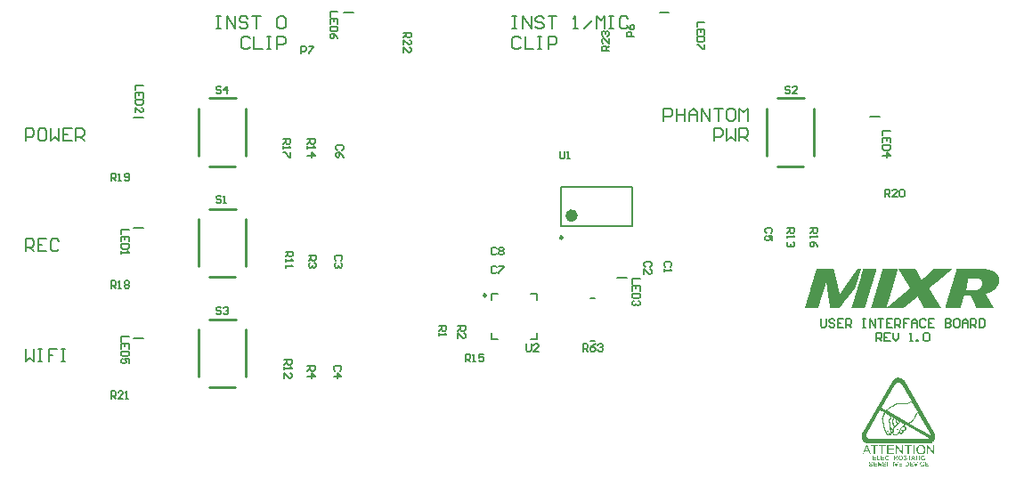
<source format=gto>
G04*
G04 #@! TF.GenerationSoftware,Altium Limited,Altium Designer,20.0.11 (256)*
G04*
G04 Layer_Color=65535*
%FSLAX25Y25*%
%MOIN*%
G70*
G01*
G75*
%ADD10C,0.00984*%
%ADD11C,0.02362*%
%ADD12C,0.00787*%
%ADD13C,0.00591*%
%ADD14C,0.00600*%
%ADD15C,0.01000*%
G36*
X379032Y107377D02*
X378950D01*
Y107295D01*
X378868D01*
Y107212D01*
X378786D01*
Y107130D01*
X378621D01*
Y107048D01*
X378539D01*
Y106966D01*
X378457D01*
Y106884D01*
X378374D01*
Y106801D01*
X378292D01*
Y106719D01*
X378128D01*
Y106637D01*
X378045D01*
Y106554D01*
X377963D01*
Y106472D01*
X377881D01*
Y106390D01*
X377799D01*
Y106308D01*
X377634D01*
Y106226D01*
X377552D01*
Y106143D01*
X377470D01*
Y106061D01*
X377387D01*
Y105979D01*
X377305D01*
Y105896D01*
X377141D01*
Y105814D01*
X377058D01*
Y105732D01*
X376976D01*
Y105650D01*
X376894D01*
Y105568D01*
X376812D01*
Y105485D01*
X376647D01*
Y105403D01*
X376565D01*
Y105321D01*
X376483D01*
Y105238D01*
X376400D01*
Y105156D01*
X376318D01*
Y105074D01*
X376154D01*
Y104992D01*
X376071D01*
Y104910D01*
X375989D01*
Y104827D01*
X375907D01*
Y104745D01*
X375825D01*
Y104663D01*
X375660D01*
Y104580D01*
X375578D01*
Y104498D01*
X375496D01*
Y104416D01*
X375413D01*
Y104334D01*
X375331D01*
Y104252D01*
X375167D01*
Y104169D01*
X375084D01*
Y104087D01*
X375002D01*
Y104005D01*
X374920D01*
Y103922D01*
X374838D01*
Y103840D01*
X374673D01*
Y103758D01*
X374591D01*
Y103676D01*
X374509D01*
Y103594D01*
X374426D01*
Y103511D01*
X374344D01*
Y103429D01*
X374180D01*
Y103347D01*
X374097D01*
Y103264D01*
X374015D01*
Y103182D01*
X373933D01*
Y103100D01*
X373851D01*
Y103018D01*
X373686D01*
Y102936D01*
X373604D01*
Y102853D01*
X373522D01*
Y102771D01*
X373439D01*
Y102689D01*
X373357D01*
Y102606D01*
X373193D01*
Y102524D01*
X373110D01*
Y102442D01*
X373028D01*
Y102360D01*
X372946D01*
Y102278D01*
X372864D01*
Y102195D01*
X372699D01*
Y102113D01*
X372617D01*
Y102031D01*
X372535D01*
Y101948D01*
X372452D01*
Y101866D01*
X372370D01*
Y101784D01*
X372206D01*
Y101702D01*
X372123D01*
Y101620D01*
X372041D01*
Y101537D01*
X371959D01*
Y101455D01*
X371877D01*
Y101373D01*
X371712D01*
Y101291D01*
X371630D01*
Y101208D01*
X371548D01*
Y101126D01*
X371465D01*
Y101044D01*
X371383D01*
Y100961D01*
X371219D01*
Y100879D01*
X371136D01*
Y100797D01*
X371054D01*
Y100715D01*
X370972D01*
Y100633D01*
X370890D01*
Y100550D01*
X370725D01*
Y100468D01*
X370643D01*
Y100386D01*
X370561D01*
Y100303D01*
X370478D01*
Y100221D01*
Y100139D01*
Y100057D01*
X370561D01*
Y99975D01*
X370643D01*
Y99892D01*
Y99810D01*
X370725D01*
Y99728D01*
Y99646D01*
X370807D01*
Y99563D01*
X370890D01*
Y99481D01*
Y99399D01*
X370972D01*
Y99317D01*
Y99234D01*
X371054D01*
Y99152D01*
X371136D01*
Y99070D01*
Y98988D01*
X371219D01*
Y98905D01*
Y98823D01*
X371301D01*
Y98741D01*
X371383D01*
Y98659D01*
Y98576D01*
X371465D01*
Y98494D01*
Y98412D01*
X371548D01*
Y98330D01*
Y98247D01*
X371630D01*
Y98165D01*
X371712D01*
Y98083D01*
Y98001D01*
X371794D01*
Y97918D01*
X371877D01*
Y97836D01*
Y97754D01*
X371959D01*
Y97672D01*
Y97589D01*
X372041D01*
Y97507D01*
X372123D01*
Y97425D01*
Y97342D01*
X372206D01*
Y97260D01*
Y97178D01*
X372288D01*
Y97096D01*
X372370D01*
Y97013D01*
Y96931D01*
X372452D01*
Y96849D01*
Y96767D01*
X372535D01*
Y96684D01*
X372617D01*
Y96602D01*
Y96520D01*
X372699D01*
Y96438D01*
Y96355D01*
X372781D01*
Y96273D01*
X372864D01*
Y96191D01*
Y96109D01*
X372946D01*
Y96026D01*
Y95944D01*
X373028D01*
Y95862D01*
Y95780D01*
X373110D01*
Y95697D01*
X373193D01*
Y95615D01*
Y95533D01*
X373275D01*
Y95451D01*
X373357D01*
Y95368D01*
Y95286D01*
X373439D01*
Y95204D01*
Y95122D01*
X373522D01*
Y95039D01*
X373604D01*
Y94957D01*
Y94875D01*
X373686D01*
Y94793D01*
Y94710D01*
X373768D01*
Y94628D01*
X373851D01*
Y94546D01*
Y94464D01*
X373933D01*
Y94381D01*
Y94299D01*
X374015D01*
Y94217D01*
Y94135D01*
X374097D01*
Y94052D01*
X374180D01*
Y93970D01*
Y93888D01*
X374262D01*
Y93806D01*
Y93723D01*
X374344D01*
Y93641D01*
X374426D01*
Y93559D01*
Y93477D01*
X374509D01*
Y93395D01*
X374591D01*
Y93312D01*
Y93230D01*
X374673D01*
Y93148D01*
Y93066D01*
X374755D01*
Y92983D01*
X368340D01*
Y93066D01*
X368258D01*
Y93148D01*
Y93230D01*
X368175D01*
Y93312D01*
Y93395D01*
X368093D01*
Y93477D01*
X368011D01*
Y93559D01*
Y93641D01*
X367929D01*
Y93723D01*
Y93806D01*
X367846D01*
Y93888D01*
Y93970D01*
X367764D01*
Y94052D01*
Y94135D01*
X367682D01*
Y94217D01*
Y94299D01*
X367600D01*
Y94381D01*
Y94464D01*
X367517D01*
Y94546D01*
Y94628D01*
X367435D01*
Y94710D01*
Y94793D01*
X367353D01*
Y94875D01*
Y94957D01*
X367271D01*
Y95039D01*
Y95122D01*
X367188D01*
Y95204D01*
X367106D01*
Y95286D01*
Y95368D01*
X367024D01*
Y95451D01*
Y95533D01*
X366942D01*
Y95615D01*
Y95697D01*
X366859D01*
Y95780D01*
Y95862D01*
X366777D01*
Y95944D01*
Y96026D01*
X366695D01*
Y96109D01*
Y96191D01*
X366613D01*
Y96273D01*
Y96355D01*
X366530D01*
Y96438D01*
Y96520D01*
X366448D01*
Y96602D01*
Y96684D01*
X366366D01*
Y96767D01*
Y96849D01*
X366284D01*
Y96931D01*
X366201D01*
Y97013D01*
Y97096D01*
X365955D01*
Y97013D01*
X365872D01*
Y96931D01*
X365790D01*
Y96849D01*
X365708D01*
Y96767D01*
X365543D01*
Y96684D01*
X365461D01*
Y96602D01*
X365379D01*
Y96520D01*
X365297D01*
Y96438D01*
X365214D01*
Y96355D01*
X365050D01*
Y96273D01*
X364968D01*
Y96191D01*
X364885D01*
Y96109D01*
X364803D01*
Y96026D01*
X364639D01*
Y95944D01*
X364556D01*
Y95862D01*
X364474D01*
Y95780D01*
X364392D01*
Y95697D01*
X364310D01*
Y95615D01*
X364145D01*
Y95533D01*
X364063D01*
Y95451D01*
X363981D01*
Y95368D01*
X363898D01*
Y95286D01*
X363734D01*
Y95204D01*
X363652D01*
Y95122D01*
X363569D01*
Y95039D01*
X363487D01*
Y94957D01*
X363405D01*
Y94875D01*
X363240D01*
Y94793D01*
X363158D01*
Y94710D01*
X363076D01*
Y94628D01*
X362994D01*
Y94546D01*
X362829D01*
Y94464D01*
X362747D01*
Y94381D01*
X362665D01*
Y94299D01*
X362582D01*
Y94217D01*
X362500D01*
Y94135D01*
X362336D01*
Y94052D01*
X362253D01*
Y93970D01*
X362171D01*
Y93888D01*
X362089D01*
Y93806D01*
X361924D01*
Y93723D01*
X361842D01*
Y93641D01*
X361760D01*
Y93559D01*
X361678D01*
Y93477D01*
X361513D01*
Y93395D01*
X361431D01*
Y93312D01*
X361349D01*
Y93230D01*
X361266D01*
Y93148D01*
X361184D01*
Y93066D01*
X361020D01*
Y92983D01*
X354604D01*
Y93066D01*
X354769D01*
Y93148D01*
X354851D01*
Y93230D01*
X354933D01*
Y93312D01*
X355015D01*
Y93395D01*
X355098D01*
Y93477D01*
X355262D01*
Y93559D01*
X355345D01*
Y93641D01*
X355427D01*
Y93723D01*
X355509D01*
Y93806D01*
X355591D01*
Y93888D01*
X355756D01*
Y93970D01*
X355838D01*
Y94052D01*
X355920D01*
Y94135D01*
X356002D01*
Y94217D01*
X356085D01*
Y94299D01*
X356249D01*
Y94381D01*
X356331D01*
Y94464D01*
X356414D01*
Y94546D01*
X356496D01*
Y94628D01*
X356578D01*
Y94710D01*
X356743D01*
Y94793D01*
X356825D01*
Y94875D01*
X356907D01*
Y94957D01*
X356990D01*
Y95039D01*
X357072D01*
Y95122D01*
X357236D01*
Y95204D01*
X357318D01*
Y95286D01*
X357401D01*
Y95368D01*
X357483D01*
Y95451D01*
X357565D01*
Y95533D01*
X357730D01*
Y95615D01*
X357812D01*
Y95697D01*
X357894D01*
Y95780D01*
X357977D01*
Y95862D01*
X358059D01*
Y95944D01*
X358223D01*
Y96026D01*
X358306D01*
Y96109D01*
X358388D01*
Y96191D01*
X358470D01*
Y96273D01*
X358552D01*
Y96355D01*
X358717D01*
Y96438D01*
X358799D01*
Y96520D01*
X358881D01*
Y96602D01*
X358963D01*
Y96684D01*
X359046D01*
Y96767D01*
X359210D01*
Y96849D01*
X359293D01*
Y96931D01*
X359375D01*
Y97013D01*
X359457D01*
Y97096D01*
X359539D01*
Y97178D01*
X359704D01*
Y97260D01*
X359786D01*
Y97342D01*
X359868D01*
Y97425D01*
X359950D01*
Y97507D01*
X360033D01*
Y97589D01*
X360197D01*
Y97672D01*
X360279D01*
Y97754D01*
X360362D01*
Y97836D01*
X360444D01*
Y97918D01*
X360526D01*
Y98001D01*
X360691D01*
Y98083D01*
X360773D01*
Y98165D01*
X360855D01*
Y98247D01*
X360938D01*
Y98330D01*
X361020D01*
Y98412D01*
X361184D01*
Y98494D01*
X361266D01*
Y98576D01*
X361349D01*
Y98659D01*
X361431D01*
Y98741D01*
X361513D01*
Y98823D01*
X361678D01*
Y98905D01*
X361760D01*
Y98988D01*
X361842D01*
Y99070D01*
X361924D01*
Y99152D01*
X362007D01*
Y99234D01*
X362171D01*
Y99317D01*
X362253D01*
Y99399D01*
X362336D01*
Y99481D01*
X362418D01*
Y99563D01*
X362500D01*
Y99646D01*
X362665D01*
Y99728D01*
X362747D01*
Y99810D01*
X362829D01*
Y99892D01*
X362912D01*
Y99975D01*
X362994D01*
Y100057D01*
X363158D01*
Y100139D01*
X363240D01*
Y100221D01*
Y100303D01*
X363158D01*
Y100386D01*
Y100468D01*
X363076D01*
Y100550D01*
Y100633D01*
X362994D01*
Y100715D01*
X362912D01*
Y100797D01*
Y100879D01*
X362829D01*
Y100961D01*
Y101044D01*
X362747D01*
Y101126D01*
X362665D01*
Y101208D01*
Y101291D01*
X362582D01*
Y101373D01*
Y101455D01*
X362500D01*
Y101537D01*
X362418D01*
Y101620D01*
Y101702D01*
X362336D01*
Y101784D01*
Y101866D01*
X362253D01*
Y101948D01*
X362171D01*
Y102031D01*
Y102113D01*
X362089D01*
Y102195D01*
X362007D01*
Y102278D01*
Y102360D01*
X361924D01*
Y102442D01*
Y102524D01*
X361842D01*
Y102606D01*
Y102689D01*
X361760D01*
Y102771D01*
X361678D01*
Y102853D01*
Y102936D01*
X361596D01*
Y103018D01*
Y103100D01*
X361513D01*
Y103182D01*
X361431D01*
Y103264D01*
Y103347D01*
X361349D01*
Y103429D01*
Y103511D01*
X361266D01*
Y103594D01*
X361184D01*
Y103676D01*
Y103758D01*
X361102D01*
Y103840D01*
Y103922D01*
X361020D01*
Y104005D01*
X360938D01*
Y104087D01*
Y104169D01*
X360855D01*
Y104252D01*
Y104334D01*
X360773D01*
Y104416D01*
X360691D01*
Y104498D01*
Y104580D01*
X360608D01*
Y104663D01*
X360526D01*
Y104745D01*
Y104827D01*
X360444D01*
Y104910D01*
Y104992D01*
X360362D01*
Y105074D01*
Y105156D01*
X360279D01*
Y105238D01*
X360197D01*
Y105321D01*
Y105403D01*
X360115D01*
Y105485D01*
Y105568D01*
X360033D01*
Y105650D01*
X359950D01*
Y105732D01*
Y105814D01*
X359868D01*
Y105896D01*
Y105979D01*
X359786D01*
Y106061D01*
X359704D01*
Y106143D01*
Y106226D01*
X359622D01*
Y106308D01*
Y106390D01*
X359539D01*
Y106472D01*
X359457D01*
Y106554D01*
Y106637D01*
X359375D01*
Y106719D01*
Y106801D01*
X359293D01*
Y106884D01*
X359210D01*
Y106966D01*
Y107048D01*
X359128D01*
Y107130D01*
Y107212D01*
X359046D01*
Y107295D01*
X358963D01*
Y107377D01*
Y107459D01*
X365379D01*
Y107377D01*
Y107295D01*
X365461D01*
Y107212D01*
X365543D01*
Y107130D01*
Y107048D01*
X365626D01*
Y106966D01*
Y106884D01*
X365708D01*
Y106801D01*
Y106719D01*
X365790D01*
Y106637D01*
Y106554D01*
X365872D01*
Y106472D01*
Y106390D01*
X365955D01*
Y106308D01*
Y106226D01*
X366037D01*
Y106143D01*
Y106061D01*
X366119D01*
Y105979D01*
Y105896D01*
X366201D01*
Y105814D01*
Y105732D01*
X366284D01*
Y105650D01*
X366366D01*
Y105568D01*
Y105485D01*
X366448D01*
Y105403D01*
Y105321D01*
X366530D01*
Y105238D01*
Y105156D01*
X366613D01*
Y105074D01*
Y104992D01*
X366695D01*
Y104910D01*
Y104827D01*
X366777D01*
Y104745D01*
Y104663D01*
X366859D01*
Y104580D01*
Y104498D01*
X366942D01*
Y104416D01*
Y104334D01*
X367024D01*
Y104252D01*
Y104169D01*
X367106D01*
Y104087D01*
X367188D01*
Y104005D01*
Y103922D01*
X367271D01*
Y103840D01*
Y103758D01*
X367353D01*
Y103676D01*
Y103594D01*
X367435D01*
Y103511D01*
Y103429D01*
X367517D01*
Y103347D01*
X367682D01*
Y103429D01*
X367764D01*
Y103511D01*
X367846D01*
Y103594D01*
X367929D01*
Y103676D01*
X368011D01*
Y103758D01*
X368093D01*
Y103840D01*
X368175D01*
Y103922D01*
X368258D01*
Y104005D01*
X368340D01*
Y104087D01*
X368504D01*
Y104169D01*
X368587D01*
Y104252D01*
X368669D01*
Y104334D01*
X368751D01*
Y104416D01*
X368833D01*
Y104498D01*
X368916D01*
Y104580D01*
X368998D01*
Y104663D01*
X369080D01*
Y104745D01*
X369162D01*
Y104827D01*
X369245D01*
Y104910D01*
X369327D01*
Y104992D01*
X369409D01*
Y105074D01*
X369491D01*
Y105156D01*
X369574D01*
Y105238D01*
X369656D01*
Y105321D01*
X369738D01*
Y105403D01*
X369820D01*
Y105485D01*
X369903D01*
Y105568D01*
X369985D01*
Y105650D01*
X370067D01*
Y105732D01*
X370232D01*
Y105814D01*
X370314D01*
Y105896D01*
X370396D01*
Y105979D01*
X370478D01*
Y106061D01*
X370561D01*
Y106143D01*
X370643D01*
Y106226D01*
X370725D01*
Y106308D01*
X370807D01*
Y106390D01*
X370890D01*
Y106472D01*
X370972D01*
Y106554D01*
X371054D01*
Y106637D01*
X371136D01*
Y106719D01*
X371219D01*
Y106801D01*
X371301D01*
Y106884D01*
X371383D01*
Y106966D01*
X371465D01*
Y107048D01*
X371548D01*
Y107130D01*
X371630D01*
Y107212D01*
X371712D01*
Y107295D01*
X371794D01*
Y107377D01*
X371877D01*
Y107459D01*
X379032D01*
Y107377D01*
D02*
G37*
G36*
X344899D02*
X344816D01*
Y107295D01*
Y107212D01*
Y107130D01*
X344734D01*
Y107048D01*
Y106966D01*
Y106884D01*
Y106801D01*
X344652D01*
Y106719D01*
Y106637D01*
Y106554D01*
X344570D01*
Y106472D01*
Y106390D01*
Y106308D01*
X344488D01*
Y106226D01*
Y106143D01*
Y106061D01*
X344405D01*
Y105979D01*
Y105896D01*
Y105814D01*
X344323D01*
Y105732D01*
Y105650D01*
Y105568D01*
X344241D01*
Y105485D01*
Y105403D01*
Y105321D01*
Y105238D01*
X344159D01*
Y105156D01*
Y105074D01*
Y104992D01*
X344076D01*
Y104910D01*
Y104827D01*
Y104745D01*
X343994D01*
Y104663D01*
Y104580D01*
Y104498D01*
X343912D01*
Y104416D01*
Y104334D01*
Y104252D01*
X343829D01*
Y104169D01*
Y104087D01*
Y104005D01*
Y103922D01*
X343747D01*
Y103840D01*
Y103758D01*
Y103676D01*
X343665D01*
Y103594D01*
Y103511D01*
Y103429D01*
X343583D01*
Y103347D01*
Y103264D01*
Y103182D01*
X343500D01*
Y103100D01*
Y103018D01*
Y102936D01*
X343418D01*
Y102853D01*
Y102771D01*
Y102689D01*
Y102606D01*
X343336D01*
Y102524D01*
Y102442D01*
Y102360D01*
X343254D01*
Y102278D01*
Y102195D01*
Y102113D01*
X343172D01*
Y102031D01*
Y101948D01*
Y101866D01*
X343089D01*
Y101784D01*
Y101702D01*
Y101620D01*
X343007D01*
Y101537D01*
Y101455D01*
Y101373D01*
X342925D01*
Y101291D01*
Y101208D01*
Y101126D01*
Y101044D01*
X342843D01*
Y100961D01*
Y100879D01*
Y100797D01*
X342760D01*
Y100715D01*
Y100633D01*
Y100550D01*
X342678D01*
Y100468D01*
Y100386D01*
Y100303D01*
Y100221D01*
X342596D01*
Y100139D01*
X342513D01*
Y100057D01*
X342431D01*
Y99975D01*
Y99892D01*
X342349D01*
Y99810D01*
X342267D01*
Y99728D01*
X342184D01*
Y99646D01*
X342102D01*
Y99563D01*
Y99481D01*
X342020D01*
Y99399D01*
X341938D01*
Y99317D01*
X341856D01*
Y99234D01*
X341773D01*
Y99152D01*
Y99070D01*
X341691D01*
Y98988D01*
X341609D01*
Y98905D01*
X341527D01*
Y98823D01*
Y98741D01*
X341444D01*
Y98659D01*
X341362D01*
Y98576D01*
X341280D01*
Y98494D01*
X341197D01*
Y98412D01*
Y98330D01*
X341115D01*
Y98247D01*
X341033D01*
Y98165D01*
X340951D01*
Y98083D01*
X340868D01*
Y98001D01*
Y97918D01*
X340786D01*
Y97836D01*
X340704D01*
Y97754D01*
X340622D01*
Y97672D01*
X340540D01*
Y97589D01*
Y97507D01*
X340457D01*
Y97425D01*
X340375D01*
Y97342D01*
X340293D01*
Y97260D01*
Y97178D01*
X340211D01*
Y97096D01*
X340128D01*
Y97013D01*
X340046D01*
Y96931D01*
X339964D01*
Y96849D01*
Y96767D01*
X339881D01*
Y96684D01*
X339799D01*
Y96602D01*
X339717D01*
Y96520D01*
X339635D01*
Y96438D01*
Y96355D01*
X339552D01*
Y96273D01*
X339470D01*
Y96191D01*
X339388D01*
Y96109D01*
Y96026D01*
X339306D01*
Y95944D01*
X339224D01*
Y95862D01*
X339141D01*
Y95780D01*
X339059D01*
Y95697D01*
Y95615D01*
X338977D01*
Y95533D01*
X338895D01*
Y95451D01*
X338812D01*
Y95368D01*
X338730D01*
Y95286D01*
Y95204D01*
X338648D01*
Y95122D01*
X338565D01*
Y95039D01*
X338483D01*
Y94957D01*
Y94875D01*
X338401D01*
Y94793D01*
X338319D01*
Y94710D01*
X338236D01*
Y94628D01*
X338154D01*
Y94546D01*
Y94464D01*
X338072D01*
Y94381D01*
X337990D01*
Y94299D01*
X337908D01*
Y94217D01*
X337825D01*
Y94135D01*
Y94052D01*
X337743D01*
Y93970D01*
X337661D01*
Y93888D01*
X337579D01*
Y93806D01*
Y93723D01*
X337496D01*
Y93641D01*
X337414D01*
Y93559D01*
X337332D01*
Y93477D01*
X337249D01*
Y93395D01*
Y93312D01*
X337167D01*
Y93230D01*
X337085D01*
Y93148D01*
X337003D01*
Y93066D01*
X336921D01*
Y92983D01*
X333301D01*
Y93066D01*
Y93148D01*
Y93230D01*
Y93312D01*
Y93395D01*
Y93477D01*
X333219D01*
Y93559D01*
Y93641D01*
Y93723D01*
Y93806D01*
Y93888D01*
Y93970D01*
Y94052D01*
X333137D01*
Y94135D01*
Y94217D01*
Y94299D01*
Y94381D01*
Y94464D01*
Y94546D01*
X333055D01*
Y94628D01*
Y94710D01*
Y94793D01*
Y94875D01*
Y94957D01*
Y95039D01*
X332973D01*
Y95122D01*
Y95204D01*
Y95286D01*
Y95368D01*
Y95451D01*
Y95533D01*
Y95615D01*
X332890D01*
Y95697D01*
Y95780D01*
Y95862D01*
Y95944D01*
Y96026D01*
Y96109D01*
X332808D01*
Y96191D01*
Y96273D01*
Y96355D01*
Y96438D01*
Y96520D01*
Y96602D01*
Y96684D01*
X332726D01*
Y96767D01*
Y96849D01*
Y96931D01*
Y97013D01*
Y97096D01*
Y97178D01*
X332644D01*
Y97260D01*
Y97342D01*
Y97425D01*
Y97507D01*
Y97589D01*
Y97672D01*
Y97754D01*
X332561D01*
Y97836D01*
Y97918D01*
Y98001D01*
Y98083D01*
Y98165D01*
Y98247D01*
X332479D01*
Y98330D01*
Y98412D01*
Y98494D01*
Y98576D01*
Y98659D01*
Y98741D01*
X332397D01*
Y98823D01*
Y98905D01*
Y98988D01*
Y99070D01*
Y99152D01*
Y99234D01*
Y99317D01*
X332315D01*
Y99399D01*
Y99481D01*
Y99563D01*
Y99646D01*
Y99728D01*
Y99810D01*
X332232D01*
Y99892D01*
Y99975D01*
Y100057D01*
Y100139D01*
Y100221D01*
Y100303D01*
Y100386D01*
X332150D01*
Y100468D01*
Y100550D01*
Y100633D01*
Y100715D01*
Y100797D01*
Y100879D01*
X332068D01*
Y100961D01*
Y101044D01*
Y101126D01*
Y101208D01*
Y101291D01*
Y101373D01*
Y101455D01*
X331986D01*
Y101537D01*
Y101620D01*
Y101702D01*
Y101784D01*
Y101866D01*
Y101948D01*
X331903D01*
Y102031D01*
Y102113D01*
Y102195D01*
Y102278D01*
Y102360D01*
X331739D01*
Y102278D01*
Y102195D01*
Y102113D01*
Y102031D01*
X331657D01*
Y101948D01*
Y101866D01*
Y101784D01*
X331574D01*
Y101702D01*
Y101620D01*
Y101537D01*
X331492D01*
Y101455D01*
Y101373D01*
Y101291D01*
X331410D01*
Y101208D01*
Y101126D01*
Y101044D01*
Y100961D01*
X331328D01*
Y100879D01*
Y100797D01*
Y100715D01*
X331245D01*
Y100633D01*
Y100550D01*
Y100468D01*
X331163D01*
Y100386D01*
Y100303D01*
Y100221D01*
X331081D01*
Y100139D01*
Y100057D01*
Y99975D01*
X330999D01*
Y99892D01*
Y99810D01*
Y99728D01*
Y99646D01*
X330916D01*
Y99563D01*
Y99481D01*
Y99399D01*
X330834D01*
Y99317D01*
Y99234D01*
Y99152D01*
X330752D01*
Y99070D01*
Y98988D01*
Y98905D01*
X330670D01*
Y98823D01*
Y98741D01*
Y98659D01*
Y98576D01*
X330587D01*
Y98494D01*
Y98412D01*
Y98330D01*
X330505D01*
Y98247D01*
Y98165D01*
Y98083D01*
X330423D01*
Y98001D01*
Y97918D01*
Y97836D01*
X330341D01*
Y97754D01*
Y97672D01*
Y97589D01*
X330258D01*
Y97507D01*
Y97425D01*
Y97342D01*
Y97260D01*
X330176D01*
Y97178D01*
Y97096D01*
Y97013D01*
X330094D01*
Y96931D01*
Y96849D01*
Y96767D01*
X330012D01*
Y96684D01*
Y96602D01*
Y96520D01*
X329929D01*
Y96438D01*
Y96355D01*
Y96273D01*
X329847D01*
Y96191D01*
Y96109D01*
Y96026D01*
Y95944D01*
X329765D01*
Y95862D01*
Y95780D01*
Y95697D01*
X329683D01*
Y95615D01*
Y95533D01*
Y95451D01*
X329600D01*
Y95368D01*
Y95286D01*
Y95204D01*
X329518D01*
Y95122D01*
Y95039D01*
Y94957D01*
Y94875D01*
X329436D01*
Y94793D01*
Y94710D01*
Y94628D01*
X329354D01*
Y94546D01*
Y94464D01*
Y94381D01*
X329271D01*
Y94299D01*
Y94217D01*
Y94135D01*
X329189D01*
Y94052D01*
Y93970D01*
Y93888D01*
X329107D01*
Y93806D01*
Y93723D01*
Y93641D01*
Y93559D01*
X329025D01*
Y93477D01*
Y93395D01*
Y93312D01*
X328942D01*
Y93230D01*
Y93148D01*
Y93066D01*
Y92983D01*
X323843D01*
Y93066D01*
X323925D01*
Y93148D01*
Y93230D01*
X324007D01*
Y93312D01*
Y93395D01*
Y93477D01*
X324090D01*
Y93559D01*
Y93641D01*
Y93723D01*
Y93806D01*
X324172D01*
Y93888D01*
Y93970D01*
Y94052D01*
X324254D01*
Y94135D01*
Y94217D01*
Y94299D01*
Y94381D01*
X324336D01*
Y94464D01*
Y94546D01*
Y94628D01*
X324419D01*
Y94710D01*
Y94793D01*
Y94875D01*
X324501D01*
Y94957D01*
Y95039D01*
Y95122D01*
Y95204D01*
X324583D01*
Y95286D01*
Y95368D01*
Y95451D01*
X324665D01*
Y95533D01*
Y95615D01*
Y95697D01*
X324748D01*
Y95780D01*
Y95862D01*
Y95944D01*
X324830D01*
Y96026D01*
Y96109D01*
Y96191D01*
Y96273D01*
X324912D01*
Y96355D01*
Y96438D01*
Y96520D01*
X324994D01*
Y96602D01*
Y96684D01*
Y96767D01*
Y96849D01*
X325077D01*
Y96931D01*
Y97013D01*
Y97096D01*
X325159D01*
Y97178D01*
Y97260D01*
Y97342D01*
X325241D01*
Y97425D01*
Y97507D01*
Y97589D01*
Y97672D01*
X325323D01*
Y97754D01*
Y97836D01*
Y97918D01*
X325406D01*
Y98001D01*
Y98083D01*
Y98165D01*
X325488D01*
Y98247D01*
Y98330D01*
Y98412D01*
Y98494D01*
X325570D01*
Y98576D01*
Y98659D01*
Y98741D01*
X325652D01*
Y98823D01*
Y98905D01*
Y98988D01*
X325735D01*
Y99070D01*
Y99152D01*
Y99234D01*
Y99317D01*
X325817D01*
Y99399D01*
Y99481D01*
Y99563D01*
X325899D01*
Y99646D01*
Y99728D01*
Y99810D01*
X325981D01*
Y99892D01*
Y99975D01*
Y100057D01*
Y100139D01*
X326064D01*
Y100221D01*
Y100303D01*
Y100386D01*
X326146D01*
Y100468D01*
Y100550D01*
Y100633D01*
X326228D01*
Y100715D01*
Y100797D01*
Y100879D01*
Y100961D01*
X326310D01*
Y101044D01*
Y101126D01*
Y101208D01*
X326393D01*
Y101291D01*
Y101373D01*
Y101455D01*
X326475D01*
Y101537D01*
Y101620D01*
Y101702D01*
Y101784D01*
X326557D01*
Y101866D01*
Y101948D01*
Y102031D01*
X326639D01*
Y102113D01*
Y102195D01*
Y102278D01*
X326722D01*
Y102360D01*
Y102442D01*
Y102524D01*
Y102606D01*
X326804D01*
Y102689D01*
Y102771D01*
Y102853D01*
X326886D01*
Y102936D01*
Y103018D01*
Y103100D01*
X326968D01*
Y103182D01*
Y103264D01*
Y103347D01*
Y103429D01*
X327051D01*
Y103511D01*
Y103594D01*
Y103676D01*
X327133D01*
Y103758D01*
Y103840D01*
Y103922D01*
X327215D01*
Y104005D01*
Y104087D01*
Y104169D01*
Y104252D01*
X327297D01*
Y104334D01*
Y104416D01*
Y104498D01*
X327380D01*
Y104580D01*
Y104663D01*
Y104745D01*
X327462D01*
Y104827D01*
Y104910D01*
Y104992D01*
Y105074D01*
X327544D01*
Y105156D01*
Y105238D01*
Y105321D01*
X327626D01*
Y105403D01*
Y105485D01*
Y105568D01*
X327709D01*
Y105650D01*
Y105732D01*
Y105814D01*
Y105896D01*
X327791D01*
Y105979D01*
Y106061D01*
Y106143D01*
X327873D01*
Y106226D01*
Y106308D01*
Y106390D01*
X327955D01*
Y106472D01*
Y106554D01*
Y106637D01*
Y106719D01*
X328038D01*
Y106801D01*
Y106884D01*
Y106966D01*
X328120D01*
Y107048D01*
Y107130D01*
Y107212D01*
X328202D01*
Y107295D01*
Y107377D01*
Y107459D01*
X334700D01*
Y107377D01*
Y107295D01*
X334782D01*
Y107212D01*
Y107130D01*
Y107048D01*
Y106966D01*
X334864D01*
Y106884D01*
Y106801D01*
Y106719D01*
Y106637D01*
X334946D01*
Y106554D01*
Y106472D01*
Y106390D01*
Y106308D01*
Y106226D01*
X335029D01*
Y106143D01*
Y106061D01*
Y105979D01*
Y105896D01*
X335111D01*
Y105814D01*
Y105732D01*
Y105650D01*
Y105568D01*
X335193D01*
Y105485D01*
Y105403D01*
Y105321D01*
Y105238D01*
X335276D01*
Y105156D01*
Y105074D01*
Y104992D01*
Y104910D01*
Y104827D01*
X335358D01*
Y104745D01*
Y104663D01*
Y104580D01*
Y104498D01*
X335440D01*
Y104416D01*
Y104334D01*
Y104252D01*
Y104169D01*
X335522D01*
Y104087D01*
Y104005D01*
Y103922D01*
Y103840D01*
Y103758D01*
X335605D01*
Y103676D01*
Y103594D01*
Y103511D01*
Y103429D01*
X335687D01*
Y103347D01*
Y103264D01*
Y103182D01*
Y103100D01*
X335769D01*
Y103018D01*
Y102936D01*
Y102853D01*
Y102771D01*
X335851D01*
Y102689D01*
Y102606D01*
Y102524D01*
Y102442D01*
Y102360D01*
X335934D01*
Y102278D01*
Y102195D01*
Y102113D01*
Y102031D01*
X336016D01*
Y101948D01*
Y101866D01*
Y101784D01*
Y101702D01*
X336098D01*
Y101620D01*
Y101537D01*
Y101455D01*
Y101373D01*
Y101291D01*
X336180D01*
Y101208D01*
Y101126D01*
Y101044D01*
Y100961D01*
X336263D01*
Y100879D01*
Y100797D01*
Y100715D01*
Y100633D01*
X336345D01*
Y100550D01*
Y100468D01*
Y100386D01*
Y100303D01*
X336427D01*
Y100221D01*
Y100139D01*
Y100057D01*
Y99975D01*
Y99892D01*
X336509D01*
Y99810D01*
Y99728D01*
Y99646D01*
Y99563D01*
X336592D01*
Y99481D01*
Y99399D01*
Y99317D01*
Y99234D01*
X336674D01*
Y99152D01*
Y99070D01*
Y98988D01*
Y98905D01*
Y98823D01*
X336756D01*
Y98741D01*
Y98659D01*
Y98576D01*
Y98494D01*
X336838D01*
Y98412D01*
Y98330D01*
Y98247D01*
Y98165D01*
Y98083D01*
X337003D01*
Y98165D01*
X337085D01*
Y98247D01*
Y98330D01*
X337167D01*
Y98412D01*
X337249D01*
Y98494D01*
Y98576D01*
X337332D01*
Y98659D01*
X337414D01*
Y98741D01*
Y98823D01*
X337496D01*
Y98905D01*
X337579D01*
Y98988D01*
X337661D01*
Y99070D01*
Y99152D01*
X337743D01*
Y99234D01*
X337825D01*
Y99317D01*
Y99399D01*
X337908D01*
Y99481D01*
X337990D01*
Y99563D01*
Y99646D01*
X338072D01*
Y99728D01*
X338154D01*
Y99810D01*
X338236D01*
Y99892D01*
Y99975D01*
X338319D01*
Y100057D01*
X338401D01*
Y100139D01*
Y100221D01*
X338483D01*
Y100303D01*
X338565D01*
Y100386D01*
Y100468D01*
X338648D01*
Y100550D01*
X338730D01*
Y100633D01*
X338812D01*
Y100715D01*
Y100797D01*
X338895D01*
Y100879D01*
X338977D01*
Y100961D01*
Y101044D01*
X339059D01*
Y101126D01*
X339141D01*
Y101208D01*
Y101291D01*
X339224D01*
Y101373D01*
X339306D01*
Y101455D01*
X339388D01*
Y101537D01*
Y101620D01*
X339470D01*
Y101702D01*
X339552D01*
Y101784D01*
Y101866D01*
X339635D01*
Y101948D01*
X339717D01*
Y102031D01*
Y102113D01*
X339799D01*
Y102195D01*
X339881D01*
Y102278D01*
X339964D01*
Y102360D01*
Y102442D01*
X340046D01*
Y102524D01*
X340128D01*
Y102606D01*
Y102689D01*
X340211D01*
Y102771D01*
X340293D01*
Y102853D01*
Y102936D01*
X340375D01*
Y103018D01*
X340457D01*
Y103100D01*
X340540D01*
Y103182D01*
Y103264D01*
X340622D01*
Y103347D01*
X340704D01*
Y103429D01*
Y103511D01*
X340786D01*
Y103594D01*
X340868D01*
Y103676D01*
Y103758D01*
X340951D01*
Y103840D01*
X341033D01*
Y103922D01*
X341115D01*
Y104005D01*
Y104087D01*
X341197D01*
Y104169D01*
X341280D01*
Y104252D01*
Y104334D01*
X341362D01*
Y104416D01*
X341444D01*
Y104498D01*
Y104580D01*
X341527D01*
Y104663D01*
X341609D01*
Y104745D01*
X341691D01*
Y104827D01*
Y104910D01*
X341773D01*
Y104992D01*
X341856D01*
Y105074D01*
Y105156D01*
X341938D01*
Y105238D01*
X342020D01*
Y105321D01*
Y105403D01*
X342102D01*
Y105485D01*
X342184D01*
Y105568D01*
X342267D01*
Y105650D01*
Y105732D01*
X342349D01*
Y105814D01*
X342431D01*
Y105896D01*
Y105979D01*
X342513D01*
Y106061D01*
X342596D01*
Y106143D01*
Y106226D01*
X342678D01*
Y106308D01*
X342760D01*
Y106390D01*
X342843D01*
Y106472D01*
Y106554D01*
X342925D01*
Y106637D01*
X343007D01*
Y106719D01*
Y106801D01*
X343089D01*
Y106884D01*
X343172D01*
Y106966D01*
Y107048D01*
X343254D01*
Y107130D01*
X343336D01*
Y107212D01*
X343418D01*
Y107295D01*
Y107377D01*
X343500D01*
Y107459D01*
X344899D01*
Y107377D01*
D02*
G37*
G36*
X391205D02*
X391946D01*
Y107295D01*
X392439D01*
Y107212D01*
X392768D01*
Y107130D01*
X393097D01*
Y107048D01*
X393344D01*
Y106966D01*
X393591D01*
Y106884D01*
X393837D01*
Y106801D01*
X394002D01*
Y106719D01*
X394249D01*
Y106637D01*
X394413D01*
Y106554D01*
X394578D01*
Y106472D01*
X394660D01*
Y106390D01*
X394824D01*
Y106308D01*
X394989D01*
Y106226D01*
X395071D01*
Y106143D01*
X395153D01*
Y106061D01*
X395318D01*
Y105979D01*
X395400D01*
Y105896D01*
X395482D01*
Y105814D01*
X395565D01*
Y105732D01*
X395647D01*
Y105650D01*
X395729D01*
Y105568D01*
X395811D01*
Y105485D01*
X395894D01*
Y105403D01*
X395976D01*
Y105321D01*
X396058D01*
Y105238D01*
Y105156D01*
X396140D01*
Y105074D01*
X396223D01*
Y104992D01*
Y104910D01*
X396305D01*
Y104827D01*
Y104745D01*
X396387D01*
Y104663D01*
Y104580D01*
X396469D01*
Y104498D01*
Y104416D01*
X396552D01*
Y104334D01*
Y104252D01*
Y104169D01*
Y104087D01*
X396634D01*
Y104005D01*
Y103922D01*
Y103840D01*
Y103758D01*
Y103676D01*
Y103594D01*
X396716D01*
Y103511D01*
Y103429D01*
Y103347D01*
Y103264D01*
Y103182D01*
Y103100D01*
Y103018D01*
X396634D01*
Y102936D01*
Y102853D01*
Y102771D01*
Y102689D01*
Y102606D01*
Y102524D01*
Y102442D01*
X396552D01*
Y102360D01*
Y102278D01*
Y102195D01*
Y102113D01*
X396469D01*
Y102031D01*
Y101948D01*
Y101866D01*
X396387D01*
Y101784D01*
Y101702D01*
X396305D01*
Y101620D01*
Y101537D01*
Y101455D01*
X396223D01*
Y101373D01*
Y101291D01*
X396140D01*
Y101208D01*
X396058D01*
Y101126D01*
Y101044D01*
X395976D01*
Y100961D01*
Y100879D01*
X395894D01*
Y100797D01*
X395811D01*
Y100715D01*
X395729D01*
Y100633D01*
Y100550D01*
X395647D01*
Y100468D01*
X395565D01*
Y100386D01*
X395482D01*
Y100303D01*
X395400D01*
Y100221D01*
X395318D01*
Y100139D01*
X395236D01*
Y100057D01*
X395153D01*
Y99975D01*
X395071D01*
Y99892D01*
X394989D01*
Y99810D01*
X394907D01*
Y99728D01*
X394742D01*
Y99646D01*
X394660D01*
Y99563D01*
X394578D01*
Y99481D01*
X394413D01*
Y99399D01*
X394331D01*
Y99317D01*
X394166D01*
Y99234D01*
X394002D01*
Y99152D01*
X393920D01*
Y99070D01*
X393755D01*
Y98988D01*
X393591D01*
Y98905D01*
X393426D01*
Y98823D01*
X393262D01*
Y98741D01*
X393097D01*
Y98659D01*
X392850D01*
Y98576D01*
X392686D01*
Y98494D01*
X392439D01*
Y98412D01*
X392192D01*
Y98330D01*
X391946D01*
Y98247D01*
X391617D01*
Y98165D01*
Y98083D01*
Y98001D01*
X391699D01*
Y97918D01*
Y97836D01*
X391781D01*
Y97754D01*
Y97672D01*
X391863D01*
Y97589D01*
X391946D01*
Y97507D01*
Y97425D01*
X392028D01*
Y97342D01*
Y97260D01*
X392110D01*
Y97178D01*
Y97096D01*
X392192D01*
Y97013D01*
Y96931D01*
X392275D01*
Y96849D01*
X392357D01*
Y96767D01*
Y96684D01*
X392439D01*
Y96602D01*
Y96520D01*
X392521D01*
Y96438D01*
Y96355D01*
X392604D01*
Y96273D01*
X392686D01*
Y96191D01*
Y96109D01*
X392768D01*
Y96026D01*
Y95944D01*
X392850D01*
Y95862D01*
Y95780D01*
X392933D01*
Y95697D01*
Y95615D01*
X393015D01*
Y95533D01*
X393097D01*
Y95451D01*
Y95368D01*
X393179D01*
Y95286D01*
Y95204D01*
X393262D01*
Y95122D01*
Y95039D01*
X393344D01*
Y94957D01*
X393426D01*
Y94875D01*
Y94793D01*
X393508D01*
Y94710D01*
Y94628D01*
X393591D01*
Y94546D01*
Y94464D01*
X393673D01*
Y94381D01*
Y94299D01*
X393755D01*
Y94217D01*
X393837D01*
Y94135D01*
Y94052D01*
X393920D01*
Y93970D01*
Y93888D01*
X394002D01*
Y93806D01*
Y93723D01*
X394084D01*
Y93641D01*
Y93559D01*
X394166D01*
Y93477D01*
X394249D01*
Y93395D01*
Y93312D01*
X394331D01*
Y93230D01*
Y93148D01*
X394413D01*
Y93066D01*
X394495D01*
Y92983D01*
X387998D01*
Y93066D01*
Y93148D01*
X387915D01*
Y93230D01*
Y93312D01*
X387833D01*
Y93395D01*
Y93477D01*
X387751D01*
Y93559D01*
Y93641D01*
X387669D01*
Y93723D01*
Y93806D01*
X387586D01*
Y93888D01*
Y93970D01*
Y94052D01*
X387504D01*
Y94135D01*
Y94217D01*
X387422D01*
Y94299D01*
Y94381D01*
X387340D01*
Y94464D01*
Y94546D01*
X387257D01*
Y94628D01*
Y94710D01*
X387175D01*
Y94793D01*
Y94875D01*
X387093D01*
Y94957D01*
Y95039D01*
X387011D01*
Y95122D01*
Y95204D01*
Y95286D01*
X386928D01*
Y95368D01*
Y95451D01*
X386846D01*
Y95533D01*
Y95615D01*
X386764D01*
Y95697D01*
Y95780D01*
X386682D01*
Y95862D01*
Y95944D01*
X386599D01*
Y96026D01*
Y96109D01*
X386517D01*
Y96191D01*
Y96273D01*
X386435D01*
Y96355D01*
Y96438D01*
Y96520D01*
X386353D01*
Y96602D01*
Y96684D01*
X386270D01*
Y96767D01*
Y96849D01*
X386188D01*
Y96931D01*
Y97013D01*
X386106D01*
Y97096D01*
Y97178D01*
X386024D01*
Y97260D01*
Y97342D01*
X385941D01*
Y97425D01*
Y97507D01*
X385859D01*
Y97589D01*
Y97672D01*
X383556D01*
Y97589D01*
Y97507D01*
X383474D01*
Y97425D01*
Y97342D01*
Y97260D01*
Y97178D01*
X383392D01*
Y97096D01*
Y97013D01*
Y96931D01*
X383309D01*
Y96849D01*
Y96767D01*
Y96684D01*
X383227D01*
Y96602D01*
Y96520D01*
Y96438D01*
X383145D01*
Y96355D01*
Y96273D01*
Y96191D01*
X383063D01*
Y96109D01*
Y96026D01*
Y95944D01*
Y95862D01*
X382980D01*
Y95780D01*
Y95697D01*
Y95615D01*
X382898D01*
Y95533D01*
Y95451D01*
Y95368D01*
X382816D01*
Y95286D01*
Y95204D01*
Y95122D01*
X382734D01*
Y95039D01*
Y94957D01*
Y94875D01*
Y94793D01*
X382651D01*
Y94710D01*
Y94628D01*
Y94546D01*
X382569D01*
Y94464D01*
Y94381D01*
Y94299D01*
X382487D01*
Y94217D01*
Y94135D01*
Y94052D01*
X382405D01*
Y93970D01*
Y93888D01*
Y93806D01*
X382322D01*
Y93723D01*
Y93641D01*
Y93559D01*
Y93477D01*
X382240D01*
Y93395D01*
Y93312D01*
Y93230D01*
X382158D01*
Y93148D01*
Y93066D01*
Y92983D01*
X376400D01*
Y93066D01*
Y93148D01*
X376483D01*
Y93230D01*
Y93312D01*
Y93395D01*
X376565D01*
Y93477D01*
Y93559D01*
Y93641D01*
X376647D01*
Y93723D01*
Y93806D01*
Y93888D01*
Y93970D01*
X376729D01*
Y94052D01*
Y94135D01*
Y94217D01*
X376812D01*
Y94299D01*
Y94381D01*
Y94464D01*
X376894D01*
Y94546D01*
Y94628D01*
Y94710D01*
Y94793D01*
X376976D01*
Y94875D01*
Y94957D01*
Y95039D01*
X377058D01*
Y95122D01*
Y95204D01*
Y95286D01*
X377141D01*
Y95368D01*
Y95451D01*
Y95533D01*
Y95615D01*
X377223D01*
Y95697D01*
Y95780D01*
Y95862D01*
X377305D01*
Y95944D01*
Y96026D01*
Y96109D01*
X377387D01*
Y96191D01*
Y96273D01*
Y96355D01*
Y96438D01*
X377470D01*
Y96520D01*
Y96602D01*
Y96684D01*
X377552D01*
Y96767D01*
Y96849D01*
Y96931D01*
X377634D01*
Y97013D01*
Y97096D01*
Y97178D01*
Y97260D01*
X377716D01*
Y97342D01*
Y97425D01*
Y97507D01*
X377799D01*
Y97589D01*
Y97672D01*
Y97754D01*
X377881D01*
Y97836D01*
Y97918D01*
Y98001D01*
Y98083D01*
X377963D01*
Y98165D01*
Y98247D01*
Y98330D01*
X378045D01*
Y98412D01*
Y98494D01*
Y98576D01*
Y98659D01*
X378128D01*
Y98741D01*
Y98823D01*
Y98905D01*
X378210D01*
Y98988D01*
Y99070D01*
Y99152D01*
X378292D01*
Y99234D01*
Y99317D01*
Y99399D01*
X378374D01*
Y99481D01*
Y99563D01*
Y99646D01*
Y99728D01*
X378457D01*
Y99810D01*
Y99892D01*
Y99975D01*
X378539D01*
Y100057D01*
Y100139D01*
Y100221D01*
X378621D01*
Y100303D01*
Y100386D01*
Y100468D01*
Y100550D01*
X378703D01*
Y100633D01*
Y100715D01*
Y100797D01*
X378786D01*
Y100879D01*
Y100961D01*
Y101044D01*
Y101126D01*
X378868D01*
Y101208D01*
Y101291D01*
Y101373D01*
X378950D01*
Y101455D01*
Y101537D01*
Y101620D01*
X379032D01*
Y101702D01*
Y101784D01*
Y101866D01*
X379115D01*
Y101948D01*
Y102031D01*
Y102113D01*
Y102195D01*
X379197D01*
Y102278D01*
Y102360D01*
Y102442D01*
X379279D01*
Y102524D01*
Y102606D01*
Y102689D01*
X379361D01*
Y102771D01*
Y102853D01*
Y102936D01*
Y103018D01*
X379444D01*
Y103100D01*
Y103182D01*
Y103264D01*
X379526D01*
Y103347D01*
Y103429D01*
Y103511D01*
X379608D01*
Y103594D01*
Y103676D01*
Y103758D01*
Y103840D01*
X379690D01*
Y103922D01*
Y104005D01*
Y104087D01*
X379773D01*
Y104169D01*
Y104252D01*
Y104334D01*
Y104416D01*
X379855D01*
Y104498D01*
Y104580D01*
Y104663D01*
X379937D01*
Y104745D01*
Y104827D01*
Y104910D01*
X380019D01*
Y104992D01*
Y105074D01*
Y105156D01*
X380102D01*
Y105238D01*
Y105321D01*
Y105403D01*
Y105485D01*
X380184D01*
Y105568D01*
Y105650D01*
Y105732D01*
X380266D01*
Y105814D01*
Y105896D01*
Y105979D01*
X380348D01*
Y106061D01*
Y106143D01*
Y106226D01*
Y106308D01*
X380431D01*
Y106390D01*
Y106472D01*
Y106554D01*
X380513D01*
Y106637D01*
Y106719D01*
Y106801D01*
Y106884D01*
X380595D01*
Y106966D01*
Y107048D01*
Y107130D01*
X380677D01*
Y107212D01*
Y107295D01*
Y107377D01*
Y107459D01*
X391205D01*
Y107377D01*
D02*
G37*
G36*
X358717D02*
Y107295D01*
Y107212D01*
X358634D01*
Y107130D01*
Y107048D01*
Y106966D01*
X358552D01*
Y106884D01*
Y106801D01*
Y106719D01*
Y106637D01*
X358470D01*
Y106554D01*
Y106472D01*
Y106390D01*
X358388D01*
Y106308D01*
Y106226D01*
Y106143D01*
X358306D01*
Y106061D01*
Y105979D01*
Y105896D01*
X358223D01*
Y105814D01*
Y105732D01*
Y105650D01*
Y105568D01*
X358141D01*
Y105485D01*
Y105403D01*
Y105321D01*
X358059D01*
Y105238D01*
Y105156D01*
Y105074D01*
X357977D01*
Y104992D01*
Y104910D01*
Y104827D01*
Y104745D01*
X357894D01*
Y104663D01*
Y104580D01*
Y104498D01*
X357812D01*
Y104416D01*
Y104334D01*
Y104252D01*
Y104169D01*
X357730D01*
Y104087D01*
Y104005D01*
Y103922D01*
X357647D01*
Y103840D01*
Y103758D01*
Y103676D01*
X357565D01*
Y103594D01*
Y103511D01*
Y103429D01*
X357483D01*
Y103347D01*
Y103264D01*
Y103182D01*
Y103100D01*
X357401D01*
Y103018D01*
Y102936D01*
Y102853D01*
X357318D01*
Y102771D01*
Y102689D01*
Y102606D01*
X357236D01*
Y102524D01*
Y102442D01*
Y102360D01*
Y102278D01*
X357154D01*
Y102195D01*
Y102113D01*
Y102031D01*
X357072D01*
Y101948D01*
Y101866D01*
Y101784D01*
X356990D01*
Y101702D01*
Y101620D01*
Y101537D01*
Y101455D01*
X356907D01*
Y101373D01*
Y101291D01*
Y101208D01*
X356825D01*
Y101126D01*
Y101044D01*
Y100961D01*
Y100879D01*
X356743D01*
Y100797D01*
Y100715D01*
Y100633D01*
X356661D01*
Y100550D01*
Y100468D01*
Y100386D01*
X356578D01*
Y100303D01*
Y100221D01*
Y100139D01*
X356496D01*
Y100057D01*
Y99975D01*
Y99892D01*
Y99810D01*
X356414D01*
Y99728D01*
Y99646D01*
Y99563D01*
X356331D01*
Y99481D01*
Y99399D01*
Y99317D01*
X356249D01*
Y99234D01*
Y99152D01*
Y99070D01*
Y98988D01*
X356167D01*
Y98905D01*
Y98823D01*
Y98741D01*
X356085D01*
Y98659D01*
Y98576D01*
Y98494D01*
Y98412D01*
X356002D01*
Y98330D01*
Y98247D01*
Y98165D01*
X355920D01*
Y98083D01*
Y98001D01*
Y97918D01*
X355838D01*
Y97836D01*
Y97754D01*
Y97672D01*
X355756D01*
Y97589D01*
Y97507D01*
Y97425D01*
Y97342D01*
X355674D01*
Y97260D01*
Y97178D01*
Y97096D01*
X355591D01*
Y97013D01*
Y96931D01*
Y96849D01*
X355509D01*
Y96767D01*
Y96684D01*
Y96602D01*
Y96520D01*
X355427D01*
Y96438D01*
Y96355D01*
Y96273D01*
X355345D01*
Y96191D01*
Y96109D01*
Y96026D01*
Y95944D01*
X355262D01*
Y95862D01*
Y95780D01*
Y95697D01*
X355180D01*
Y95615D01*
Y95533D01*
Y95451D01*
X355098D01*
Y95368D01*
Y95286D01*
Y95204D01*
Y95122D01*
X355015D01*
Y95039D01*
Y94957D01*
Y94875D01*
X354933D01*
Y94793D01*
Y94710D01*
Y94628D01*
X354851D01*
Y94546D01*
Y94464D01*
Y94381D01*
X354769D01*
Y94299D01*
Y94217D01*
Y94135D01*
Y94052D01*
X354686D01*
Y93970D01*
Y93888D01*
Y93806D01*
X354604D01*
Y93723D01*
Y93641D01*
Y93559D01*
Y93477D01*
X354522D01*
Y93395D01*
Y93312D01*
Y93230D01*
X354440D01*
Y93148D01*
Y93066D01*
Y92983D01*
X348682D01*
Y93066D01*
Y93148D01*
X348764D01*
Y93230D01*
Y93312D01*
Y93395D01*
X348847D01*
Y93477D01*
Y93559D01*
Y93641D01*
X348929D01*
Y93723D01*
Y93806D01*
Y93888D01*
Y93970D01*
X349011D01*
Y94052D01*
Y94135D01*
Y94217D01*
X349094D01*
Y94299D01*
Y94381D01*
Y94464D01*
X349176D01*
Y94546D01*
Y94628D01*
Y94710D01*
Y94793D01*
X349258D01*
Y94875D01*
Y94957D01*
Y95039D01*
X349340D01*
Y95122D01*
Y95204D01*
Y95286D01*
X349423D01*
Y95368D01*
Y95451D01*
Y95533D01*
Y95615D01*
X349505D01*
Y95697D01*
Y95780D01*
Y95862D01*
X349587D01*
Y95944D01*
Y96026D01*
Y96109D01*
X349669D01*
Y96191D01*
Y96273D01*
Y96355D01*
Y96438D01*
X349751D01*
Y96520D01*
Y96602D01*
Y96684D01*
X349834D01*
Y96767D01*
Y96849D01*
Y96931D01*
X349916D01*
Y97013D01*
Y97096D01*
Y97178D01*
Y97260D01*
X349998D01*
Y97342D01*
Y97425D01*
Y97507D01*
X350080D01*
Y97589D01*
Y97672D01*
Y97754D01*
X350163D01*
Y97836D01*
Y97918D01*
Y98001D01*
Y98083D01*
X350245D01*
Y98165D01*
Y98247D01*
Y98330D01*
X350327D01*
Y98412D01*
Y98494D01*
Y98576D01*
X350410D01*
Y98659D01*
Y98741D01*
Y98823D01*
Y98905D01*
X350492D01*
Y98988D01*
Y99070D01*
Y99152D01*
X350574D01*
Y99234D01*
Y99317D01*
Y99399D01*
X350656D01*
Y99481D01*
Y99563D01*
Y99646D01*
Y99728D01*
X350739D01*
Y99810D01*
Y99892D01*
Y99975D01*
X350821D01*
Y100057D01*
Y100139D01*
Y100221D01*
X350903D01*
Y100303D01*
Y100386D01*
Y100468D01*
Y100550D01*
X350985D01*
Y100633D01*
Y100715D01*
Y100797D01*
X351067D01*
Y100879D01*
Y100961D01*
Y101044D01*
X351150D01*
Y101126D01*
Y101208D01*
Y101291D01*
Y101373D01*
X351232D01*
Y101455D01*
Y101537D01*
Y101620D01*
X351314D01*
Y101702D01*
Y101784D01*
Y101866D01*
X351396D01*
Y101948D01*
Y102031D01*
Y102113D01*
Y102195D01*
X351479D01*
Y102278D01*
Y102360D01*
Y102442D01*
X351561D01*
Y102524D01*
Y102606D01*
Y102689D01*
X351643D01*
Y102771D01*
Y102853D01*
Y102936D01*
Y103018D01*
X351726D01*
Y103100D01*
Y103182D01*
Y103264D01*
X351808D01*
Y103347D01*
Y103429D01*
Y103511D01*
X351890D01*
Y103594D01*
Y103676D01*
Y103758D01*
Y103840D01*
X351972D01*
Y103922D01*
Y104005D01*
Y104087D01*
X352055D01*
Y104169D01*
Y104252D01*
Y104334D01*
X352137D01*
Y104416D01*
Y104498D01*
Y104580D01*
Y104663D01*
X352219D01*
Y104745D01*
Y104827D01*
Y104910D01*
X352301D01*
Y104992D01*
Y105074D01*
Y105156D01*
X352383D01*
Y105238D01*
Y105321D01*
Y105403D01*
Y105485D01*
X352466D01*
Y105568D01*
Y105650D01*
Y105732D01*
X352548D01*
Y105814D01*
Y105896D01*
Y105979D01*
X352630D01*
Y106061D01*
Y106143D01*
Y106226D01*
Y106308D01*
X352712D01*
Y106390D01*
Y106472D01*
Y106554D01*
X352795D01*
Y106637D01*
Y106719D01*
Y106801D01*
X352877D01*
Y106884D01*
Y106966D01*
Y107048D01*
Y107130D01*
X352959D01*
Y107212D01*
Y107295D01*
Y107377D01*
Y107459D01*
X358717D01*
Y107377D01*
D02*
G37*
G36*
X350739D02*
X350656D01*
Y107295D01*
Y107212D01*
Y107130D01*
X350574D01*
Y107048D01*
Y106966D01*
Y106884D01*
Y106801D01*
X350492D01*
Y106719D01*
Y106637D01*
Y106554D01*
X350410D01*
Y106472D01*
Y106390D01*
Y106308D01*
X350327D01*
Y106226D01*
Y106143D01*
Y106061D01*
Y105979D01*
X350245D01*
Y105896D01*
Y105814D01*
Y105732D01*
X350163D01*
Y105650D01*
Y105568D01*
Y105485D01*
X350080D01*
Y105403D01*
Y105321D01*
Y105238D01*
Y105156D01*
X349998D01*
Y105074D01*
Y104992D01*
Y104910D01*
X349916D01*
Y104827D01*
Y104745D01*
Y104663D01*
X349834D01*
Y104580D01*
Y104498D01*
Y104416D01*
Y104334D01*
X349751D01*
Y104252D01*
Y104169D01*
Y104087D01*
X349669D01*
Y104005D01*
Y103922D01*
Y103840D01*
X349587D01*
Y103758D01*
Y103676D01*
Y103594D01*
Y103511D01*
X349505D01*
Y103429D01*
Y103347D01*
Y103264D01*
X349423D01*
Y103182D01*
Y103100D01*
Y103018D01*
X349340D01*
Y102936D01*
Y102853D01*
Y102771D01*
Y102689D01*
X349258D01*
Y102606D01*
Y102524D01*
Y102442D01*
X349176D01*
Y102360D01*
Y102278D01*
Y102195D01*
X349094D01*
Y102113D01*
Y102031D01*
Y101948D01*
Y101866D01*
X349011D01*
Y101784D01*
Y101702D01*
Y101620D01*
X348929D01*
Y101537D01*
Y101455D01*
Y101373D01*
X348847D01*
Y101291D01*
Y101208D01*
Y101126D01*
Y101044D01*
X348764D01*
Y100961D01*
Y100879D01*
Y100797D01*
X348682D01*
Y100715D01*
Y100633D01*
Y100550D01*
X348600D01*
Y100468D01*
Y100386D01*
Y100303D01*
Y100221D01*
X348518D01*
Y100139D01*
Y100057D01*
Y99975D01*
X348435D01*
Y99892D01*
Y99810D01*
Y99728D01*
X348353D01*
Y99646D01*
Y99563D01*
Y99481D01*
Y99399D01*
X348271D01*
Y99317D01*
Y99234D01*
Y99152D01*
X348189D01*
Y99070D01*
Y98988D01*
Y98905D01*
X348107D01*
Y98823D01*
Y98741D01*
Y98659D01*
Y98576D01*
X348024D01*
Y98494D01*
Y98412D01*
Y98330D01*
X347942D01*
Y98247D01*
Y98165D01*
Y98083D01*
X347860D01*
Y98001D01*
Y97918D01*
Y97836D01*
Y97754D01*
X347778D01*
Y97672D01*
Y97589D01*
Y97507D01*
X347695D01*
Y97425D01*
Y97342D01*
Y97260D01*
X347613D01*
Y97178D01*
Y97096D01*
Y97013D01*
Y96931D01*
X347531D01*
Y96849D01*
Y96767D01*
Y96684D01*
X347448D01*
Y96602D01*
Y96520D01*
Y96438D01*
X347366D01*
Y96355D01*
Y96273D01*
Y96191D01*
Y96109D01*
X347284D01*
Y96026D01*
Y95944D01*
Y95862D01*
X347202D01*
Y95780D01*
Y95697D01*
Y95615D01*
X347119D01*
Y95533D01*
Y95451D01*
Y95368D01*
Y95286D01*
X347037D01*
Y95204D01*
Y95122D01*
Y95039D01*
X346955D01*
Y94957D01*
Y94875D01*
Y94793D01*
X346873D01*
Y94710D01*
Y94628D01*
Y94546D01*
Y94464D01*
X346791D01*
Y94381D01*
Y94299D01*
Y94217D01*
X346708D01*
Y94135D01*
Y94052D01*
Y93970D01*
X346626D01*
Y93888D01*
Y93806D01*
Y93723D01*
Y93641D01*
X346544D01*
Y93559D01*
Y93477D01*
Y93395D01*
X346462D01*
Y93312D01*
Y93230D01*
Y93148D01*
X346379D01*
Y93066D01*
Y92983D01*
X341362D01*
Y93066D01*
X341444D01*
Y93148D01*
Y93230D01*
Y93312D01*
X341527D01*
Y93395D01*
Y93477D01*
Y93559D01*
X341609D01*
Y93641D01*
Y93723D01*
Y93806D01*
Y93888D01*
X341691D01*
Y93970D01*
Y94052D01*
Y94135D01*
X341773D01*
Y94217D01*
Y94299D01*
Y94381D01*
X341856D01*
Y94464D01*
Y94546D01*
Y94628D01*
Y94710D01*
X341938D01*
Y94793D01*
Y94875D01*
Y94957D01*
X342020D01*
Y95039D01*
Y95122D01*
Y95204D01*
X342102D01*
Y95286D01*
Y95368D01*
Y95451D01*
X342184D01*
Y95533D01*
Y95615D01*
Y95697D01*
Y95780D01*
X342267D01*
Y95862D01*
Y95944D01*
Y96026D01*
X342349D01*
Y96109D01*
Y96191D01*
Y96273D01*
Y96355D01*
X342431D01*
Y96438D01*
Y96520D01*
Y96602D01*
X342513D01*
Y96684D01*
Y96767D01*
Y96849D01*
X342596D01*
Y96931D01*
Y97013D01*
Y97096D01*
Y97178D01*
X342678D01*
Y97260D01*
Y97342D01*
Y97425D01*
X342760D01*
Y97507D01*
Y97589D01*
Y97672D01*
X342843D01*
Y97754D01*
Y97836D01*
Y97918D01*
Y98001D01*
X342925D01*
Y98083D01*
Y98165D01*
Y98247D01*
X343007D01*
Y98330D01*
Y98412D01*
Y98494D01*
X343089D01*
Y98576D01*
Y98659D01*
Y98741D01*
Y98823D01*
X343172D01*
Y98905D01*
Y98988D01*
Y99070D01*
X343254D01*
Y99152D01*
Y99234D01*
Y99317D01*
X343336D01*
Y99399D01*
Y99481D01*
Y99563D01*
Y99646D01*
X343418D01*
Y99728D01*
Y99810D01*
Y99892D01*
X343500D01*
Y99975D01*
Y100057D01*
Y100139D01*
X343583D01*
Y100221D01*
Y100303D01*
Y100386D01*
Y100468D01*
X343665D01*
Y100550D01*
Y100633D01*
Y100715D01*
X343747D01*
Y100797D01*
Y100879D01*
Y100961D01*
X343829D01*
Y101044D01*
Y101126D01*
Y101208D01*
Y101291D01*
X343912D01*
Y101373D01*
Y101455D01*
Y101537D01*
X343994D01*
Y101620D01*
Y101702D01*
Y101784D01*
X344076D01*
Y101866D01*
Y101948D01*
Y102031D01*
Y102113D01*
X344159D01*
Y102195D01*
Y102278D01*
Y102360D01*
X344241D01*
Y102442D01*
Y102524D01*
Y102606D01*
X344323D01*
Y102689D01*
Y102771D01*
Y102853D01*
Y102936D01*
X344405D01*
Y103018D01*
Y103100D01*
Y103182D01*
X344488D01*
Y103264D01*
Y103347D01*
Y103429D01*
X344570D01*
Y103511D01*
Y103594D01*
Y103676D01*
Y103758D01*
X344652D01*
Y103840D01*
Y103922D01*
Y104005D01*
X344734D01*
Y104087D01*
Y104169D01*
Y104252D01*
X344816D01*
Y104334D01*
Y104416D01*
Y104498D01*
Y104580D01*
X344899D01*
Y104663D01*
Y104745D01*
Y104827D01*
X344981D01*
Y104910D01*
Y104992D01*
Y105074D01*
X345063D01*
Y105156D01*
Y105238D01*
Y105321D01*
Y105403D01*
X345146D01*
Y105485D01*
Y105568D01*
Y105650D01*
X345228D01*
Y105732D01*
Y105814D01*
Y105896D01*
X345310D01*
Y105979D01*
Y106061D01*
Y106143D01*
Y106226D01*
X345392D01*
Y106308D01*
Y106390D01*
Y106472D01*
X345475D01*
Y106554D01*
Y106637D01*
Y106719D01*
X345557D01*
Y106801D01*
Y106884D01*
Y106966D01*
Y107048D01*
X345639D01*
Y107130D01*
Y107212D01*
Y107295D01*
X345721D01*
Y107377D01*
Y107459D01*
X350739D01*
Y107377D01*
D02*
G37*
G36*
X359294Y66743D02*
X359549Y66671D01*
X359841Y66598D01*
X360169Y66452D01*
X360461Y66270D01*
X360789Y66014D01*
X360825Y65978D01*
X360898Y65905D01*
X361080Y65723D01*
X361117Y65686D01*
X361153Y65614D01*
X361299Y65395D01*
X372307Y46331D01*
X372343Y46295D01*
X372380Y46186D01*
X372453Y45967D01*
X372562Y45712D01*
X372635Y45420D01*
X372671Y45056D01*
Y44691D01*
X372635Y44290D01*
Y44254D01*
X372599Y44181D01*
X372562Y44035D01*
X372526Y43889D01*
Y43853D01*
X372489Y43780D01*
X372416Y43671D01*
X372343Y43488D01*
X372307D01*
X372270Y43452D01*
X372198Y43343D01*
X372088Y43160D01*
X371906Y42978D01*
X371687Y42759D01*
X371432Y42541D01*
X371104Y42358D01*
X370740Y42213D01*
X370703D01*
X370594Y42176D01*
X370448Y42140D01*
X370302D01*
X370266Y42103D01*
X370120D01*
X369938Y42067D01*
X347740D01*
X347521Y42103D01*
X347266Y42176D01*
X346938Y42249D01*
X346610Y42395D01*
X346282Y42577D01*
X345953Y42832D01*
X345917Y42869D01*
X345844Y42942D01*
X345662Y43124D01*
X345625Y43160D01*
X345589Y43233D01*
X345443Y43488D01*
X345407Y43525D01*
X345370Y43634D01*
X345297Y43816D01*
X345188Y44071D01*
X345115Y44363D01*
X345079Y44691D01*
Y45056D01*
X345115Y45457D01*
Y45493D01*
X345152Y45602D01*
X345188Y45748D01*
X345224Y45858D01*
Y45894D01*
X345261Y45967D01*
X345334Y46076D01*
X345407Y46222D01*
Y46259D01*
Y46295D01*
X345443D01*
X356415Y65322D01*
Y65358D01*
X356488Y65431D01*
X356633Y65650D01*
X356925Y65978D01*
X357253Y66270D01*
X357326Y66306D01*
X357472Y66379D01*
X357508Y66415D01*
X357581Y66452D01*
X357727Y66525D01*
X357873Y66598D01*
X358091Y66671D01*
X358347Y66707D01*
X358602Y66780D01*
X359075D01*
X359294Y66743D01*
D02*
G37*
G36*
X372307Y38130D02*
X371833D01*
X370010Y40900D01*
Y38130D01*
X369573D01*
Y41629D01*
X370047D01*
X371869Y38896D01*
Y41629D01*
X372307D01*
Y38130D01*
D02*
G37*
G36*
X360679D02*
X360206D01*
X358347Y40900D01*
Y38130D01*
X357909D01*
Y41629D01*
X358383D01*
X360242Y38896D01*
Y41629D01*
X360679D01*
Y38130D01*
D02*
G37*
G36*
X364980D02*
X364507D01*
Y41629D01*
X364980D01*
Y38130D01*
D02*
G37*
G36*
X363960Y41228D02*
X362793D01*
Y38130D01*
X362320D01*
Y41228D01*
X361190D01*
Y41629D01*
X363960D01*
Y41228D01*
D02*
G37*
G36*
X357217D02*
X355139D01*
Y40135D01*
X357071D01*
Y39734D01*
X355139D01*
Y38531D01*
X357290D01*
Y38130D01*
X354665D01*
Y41629D01*
X357217D01*
Y41228D01*
D02*
G37*
G36*
X354191D02*
X353025D01*
Y38130D01*
X352587D01*
Y41228D01*
X351421D01*
Y41629D01*
X354191D01*
Y41228D01*
D02*
G37*
G36*
X351202D02*
X350072D01*
Y38130D01*
X349599D01*
Y41228D01*
X348432D01*
Y41629D01*
X351202D01*
Y41228D01*
D02*
G37*
G36*
X348687Y38130D02*
X348177D01*
X347776Y39187D01*
X346318D01*
X345917Y38130D01*
X345443D01*
X346755Y41629D01*
X347266D01*
X348687Y38130D01*
D02*
G37*
G36*
X367605Y41666D02*
X367896Y41593D01*
X368188Y41447D01*
X368261Y41411D01*
X368407Y41301D01*
X368589Y41083D01*
X368771Y40828D01*
Y40791D01*
X368808Y40755D01*
X368881Y40536D01*
X368953Y40244D01*
X368990Y39880D01*
Y39843D01*
Y39807D01*
X368953Y39552D01*
X368917Y39260D01*
X368771Y38932D01*
X368735Y38859D01*
X368625Y38677D01*
X368407Y38495D01*
X368152Y38312D01*
X368079Y38276D01*
X367896Y38203D01*
X367641Y38130D01*
X367313Y38094D01*
X367240D01*
X367022Y38130D01*
X366730Y38203D01*
X366438Y38312D01*
X366366Y38349D01*
X366220Y38495D01*
X366001Y38677D01*
X365819Y38969D01*
Y39005D01*
X365782Y39041D01*
X365746Y39224D01*
X365673Y39515D01*
X365636Y39843D01*
Y39880D01*
Y39989D01*
X365673Y40135D01*
X365709Y40354D01*
X365855Y40791D01*
X365965Y41010D01*
X366110Y41192D01*
X366147Y41228D01*
X366183Y41265D01*
X366293Y41338D01*
X366438Y41447D01*
X366803Y41629D01*
X367058Y41666D01*
X367313Y41702D01*
X367386D01*
X367605Y41666D01*
D02*
G37*
G36*
X361773Y37547D02*
X361809D01*
X361846Y37510D01*
X362028Y37365D01*
Y37328D01*
X362064Y37292D01*
X362101Y37073D01*
X361882D01*
Y37110D01*
X361846Y37183D01*
X361809Y37255D01*
X361736Y37328D01*
X361664Y37365D01*
X361591Y37401D01*
X361335D01*
X361226Y37365D01*
X361153Y37328D01*
X361117Y37292D01*
X361080Y37219D01*
X361044Y37146D01*
Y37073D01*
X361117Y36964D01*
X361190Y36927D01*
X361299Y36891D01*
X361481Y36854D01*
X361518D01*
X361627Y36818D01*
X361736Y36781D01*
X361846Y36745D01*
X361882D01*
X361919Y36709D01*
X362064Y36563D01*
X362101Y36490D01*
X362137Y36308D01*
Y36235D01*
X362064Y36053D01*
X361992Y36016D01*
X361846Y35907D01*
X361809D01*
X361736Y35870D01*
X361518Y35834D01*
X361372D01*
X361226Y35870D01*
X361117Y35907D01*
X361080D01*
X361044Y35943D01*
X360862Y36089D01*
Y36125D01*
X360825Y36162D01*
X360789Y36271D01*
X360752Y36381D01*
X360971Y36417D01*
Y36344D01*
X361044Y36198D01*
X361080Y36162D01*
X361153Y36125D01*
X361226Y36053D01*
X361736D01*
X361773Y36089D01*
X361882Y36162D01*
X361919Y36198D01*
Y36308D01*
Y36344D01*
X361882Y36454D01*
X361846Y36490D01*
X361736Y36563D01*
X361664D01*
X361554Y36599D01*
X361408Y36636D01*
X361372D01*
X361262Y36672D01*
X361153Y36709D01*
X361080Y36745D01*
X361044D01*
X361007Y36781D01*
X360934Y36854D01*
X360898Y36927D01*
X360862Y36964D01*
X360825Y37110D01*
Y37146D01*
Y37183D01*
X360898Y37365D01*
Y37401D01*
X360971Y37438D01*
X361117Y37547D01*
X361153D01*
X361226Y37583D01*
X361445Y37620D01*
X361554D01*
X361773Y37547D01*
D02*
G37*
G36*
X368443D02*
X368589Y37474D01*
X368625Y37438D01*
X368698Y37365D01*
X368771Y37255D01*
X368844Y37110D01*
X368625Y37037D01*
Y37073D01*
X368589Y37146D01*
X368516Y37255D01*
X368443Y37328D01*
X368407D01*
X368370Y37365D01*
X368152Y37401D01*
X368042D01*
X367787Y37328D01*
Y37292D01*
X367714Y37255D01*
X367605Y37037D01*
Y37000D01*
Y36927D01*
X367568Y36709D01*
Y36672D01*
Y36599D01*
X367605Y36344D01*
Y36308D01*
X367678Y36235D01*
X367714Y36162D01*
X367824Y36089D01*
X367933D01*
X368115Y36053D01*
X368225D01*
X368334Y36089D01*
X368443Y36125D01*
X368480Y36162D01*
X368516Y36198D01*
X368589Y36308D01*
X368625Y36454D01*
X368881Y36381D01*
Y36344D01*
X368808Y36235D01*
X368735Y36089D01*
X368589Y36016D01*
X368552Y35980D01*
X368480Y35943D01*
X368334Y35870D01*
X368152Y35834D01*
X368115D01*
X367969Y35870D01*
X367824Y35907D01*
X367678Y35980D01*
X367641D01*
X367568Y36053D01*
X367495Y36125D01*
X367423Y36235D01*
Y36271D01*
X367386Y36381D01*
X367350Y36526D01*
X367313Y36709D01*
Y36745D01*
Y36891D01*
X367350Y37037D01*
X367423Y37183D01*
X367459Y37219D01*
X367495Y37292D01*
X367605Y37401D01*
X367714Y37510D01*
X367751Y37547D01*
X367860Y37583D01*
X368006Y37620D01*
X368297D01*
X368443Y37547D01*
D02*
G37*
G36*
X354993D02*
X355139Y37474D01*
X355175Y37438D01*
X355212Y37365D01*
X355285Y37255D01*
X355358Y37110D01*
X355139Y37037D01*
Y37073D01*
X355102Y37146D01*
X355066Y37255D01*
X354957Y37328D01*
X354884Y37365D01*
X354701Y37401D01*
X354592D01*
X354337Y37328D01*
Y37292D01*
X354264Y37255D01*
X354155Y37037D01*
Y37000D01*
X354118Y36927D01*
X354082Y36709D01*
Y36672D01*
Y36599D01*
X354155Y36344D01*
Y36308D01*
X354228Y36235D01*
X354264Y36162D01*
X354374Y36089D01*
X354483D01*
X354665Y36053D01*
X354774D01*
X354884Y36089D01*
X354993Y36125D01*
X355030D01*
X355066Y36198D01*
X355102Y36308D01*
X355175Y36454D01*
X355394Y36381D01*
Y36344D01*
X355321Y36235D01*
X355248Y36089D01*
X355139Y36016D01*
X355102Y35980D01*
X354993Y35943D01*
X354847Y35870D01*
X354701Y35834D01*
X354665D01*
X354519Y35870D01*
X354374Y35907D01*
X354228Y35980D01*
X354191D01*
X354118Y36053D01*
X354045Y36125D01*
X353936Y36235D01*
Y36271D01*
X353900Y36381D01*
X353863Y36526D01*
Y36709D01*
Y36745D01*
Y36891D01*
X353900Y37037D01*
X353973Y37183D01*
X354009Y37219D01*
X354045Y37292D01*
X354155Y37401D01*
X354264Y37510D01*
X354301Y37547D01*
X354374Y37583D01*
X354519Y37620D01*
X354847D01*
X354993Y37547D01*
D02*
G37*
G36*
X366985Y35870D02*
X366730D01*
Y37583D01*
X366985D01*
Y35870D01*
D02*
G37*
G36*
X366475Y37365D02*
X365892D01*
Y35870D01*
X365673D01*
Y37365D01*
X365090D01*
Y37583D01*
X366475D01*
Y37365D01*
D02*
G37*
G36*
X365236Y35870D02*
X364944D01*
X364762Y36344D01*
X364033D01*
X363814Y35870D01*
X363595D01*
X364251Y37583D01*
X364507D01*
X365236Y35870D01*
D02*
G37*
G36*
X363705Y37365D02*
X363122D01*
Y35870D01*
X362903D01*
Y37365D01*
X362320D01*
Y37583D01*
X363705D01*
Y37365D01*
D02*
G37*
G36*
X358310Y37547D02*
X358347D01*
X358383Y37510D01*
X358456Y37438D01*
X358492Y37365D01*
Y37328D01*
X358529Y37292D01*
X358565Y37110D01*
Y37073D01*
Y37000D01*
X358529Y36891D01*
X358456Y36781D01*
X358419D01*
X358383Y36709D01*
X358274Y36672D01*
X358091Y36636D01*
X358128Y36599D01*
X358237Y36526D01*
X358274Y36490D01*
X358419Y36308D01*
X358711Y35870D01*
X358419D01*
X358201Y36198D01*
Y36235D01*
X358128Y36308D01*
X358091Y36381D01*
X358018Y36454D01*
X357982Y36490D01*
X357909Y36563D01*
X357873D01*
X357800Y36599D01*
X357435D01*
Y35870D01*
X357180D01*
Y37583D01*
X358091D01*
X358310Y37547D01*
D02*
G37*
G36*
X356961Y37365D02*
X356378D01*
Y35870D01*
X356123D01*
Y37365D01*
X355576D01*
Y37583D01*
X356961D01*
Y37365D01*
D02*
G37*
G36*
X353572D02*
X352551D01*
Y36854D01*
X353499D01*
Y36636D01*
X352551D01*
Y36053D01*
X353608D01*
Y35870D01*
X352296D01*
Y37583D01*
X353572D01*
Y37365D01*
D02*
G37*
G36*
X351166Y36053D02*
X352041D01*
Y35870D01*
X350947D01*
Y37583D01*
X351166D01*
Y36053D01*
D02*
G37*
G36*
X350583Y37365D02*
X349562D01*
Y36854D01*
X350510D01*
Y36636D01*
X349562D01*
Y36053D01*
X350619D01*
Y35870D01*
X349307D01*
Y37583D01*
X350583D01*
Y37365D01*
D02*
G37*
G36*
X359987Y37547D02*
X360133Y37474D01*
X360169D01*
X360242Y37401D01*
X360351Y37328D01*
X360424Y37183D01*
X360461Y37146D01*
X360497Y37037D01*
X360533Y36891D01*
Y36709D01*
Y36672D01*
Y36526D01*
X360497Y36381D01*
X360424Y36235D01*
X360388Y36198D01*
X360351Y36125D01*
X360133Y35943D01*
X360096D01*
X360023Y35907D01*
X359877Y35870D01*
X359695Y35834D01*
X359659D01*
X359549Y35870D01*
X359404Y35907D01*
X359258Y35980D01*
X359221D01*
X359148Y36053D01*
X359039Y36125D01*
X358966Y36235D01*
Y36271D01*
X358930Y36344D01*
X358893Y36490D01*
Y36672D01*
Y36709D01*
Y36745D01*
X358930Y36927D01*
X359003Y37146D01*
X359112Y37365D01*
X359148Y37401D01*
X359258Y37510D01*
X359440Y37583D01*
X359695Y37620D01*
X359841D01*
X359987Y37547D01*
D02*
G37*
G36*
X353936Y35214D02*
X353973D01*
X354009Y35178D01*
X354191Y35032D01*
Y34995D01*
X354228Y34959D01*
X354264Y34740D01*
X354045D01*
Y34777D01*
X354009Y34850D01*
X353973Y34923D01*
X353900Y34995D01*
X353863D01*
X353827Y35032D01*
X353608Y35068D01*
X353499D01*
X353389Y35032D01*
X353316Y34995D01*
X353280Y34959D01*
X353243Y34886D01*
X353207Y34813D01*
Y34740D01*
X353280Y34667D01*
X353353Y34631D01*
X353462Y34595D01*
X353644Y34522D01*
X353681D01*
X353754Y34485D01*
X354009Y34412D01*
X354045D01*
X354082Y34376D01*
X354155Y34339D01*
X354228Y34230D01*
X354264Y34194D01*
X354301Y34011D01*
Y33975D01*
Y33938D01*
X354228Y33720D01*
X354191Y33647D01*
X354009Y33538D01*
X353973D01*
X353900Y33501D01*
X353681Y33465D01*
X353535D01*
X353389Y33501D01*
X353280Y33538D01*
X353243D01*
X353171Y33610D01*
X353098Y33647D01*
X353025Y33756D01*
Y33793D01*
X352988Y33865D01*
X352952Y33975D01*
X352916Y34084D01*
X353134D01*
Y34011D01*
X353207Y33865D01*
X353243Y33829D01*
X353316Y33793D01*
X353389Y33720D01*
X353462D01*
X353644Y33683D01*
X353717D01*
X353900Y33720D01*
X353936Y33756D01*
X354045Y33829D01*
X354082Y33865D01*
Y33975D01*
Y34011D01*
Y34048D01*
X354045Y34121D01*
X354009Y34157D01*
X353863Y34230D01*
X353827D01*
X353790Y34266D01*
X353572Y34303D01*
X353535D01*
X353426Y34339D01*
X353316Y34376D01*
X353243Y34412D01*
X353207D01*
X353171Y34449D01*
X353098Y34522D01*
X353061Y34595D01*
X353025Y34667D01*
X352988Y34813D01*
Y34850D01*
Y34886D01*
X353061Y35032D01*
Y35068D01*
X353134Y35105D01*
X353171Y35178D01*
X353280Y35214D01*
X353316D01*
X353389Y35251D01*
X353608Y35287D01*
X353717D01*
X353936Y35214D01*
D02*
G37*
G36*
X348942D02*
X348979D01*
X349015Y35178D01*
X349161Y35032D01*
Y34995D01*
X349198Y34959D01*
X349234Y34740D01*
X349015D01*
Y34777D01*
Y34850D01*
X348979Y34923D01*
X348906Y34995D01*
X348869D01*
X348833Y35032D01*
X348724Y35068D01*
X348469D01*
X348359Y35032D01*
X348286Y34995D01*
X348250Y34959D01*
X348213Y34886D01*
X348177Y34813D01*
Y34777D01*
X348250Y34667D01*
X348323Y34631D01*
X348432Y34595D01*
X348614Y34522D01*
X348651D01*
X348760Y34485D01*
X348979Y34412D01*
X349015D01*
X349052Y34376D01*
X349161Y34339D01*
X349234Y34230D01*
X349271Y34194D01*
X349307Y34011D01*
Y33975D01*
Y33938D01*
X349234Y33720D01*
X349161Y33647D01*
X348979Y33538D01*
X348942D01*
X348869Y33501D01*
X348651Y33465D01*
X348505D01*
X348250Y33538D01*
X348213D01*
X348177Y33610D01*
X347995Y33756D01*
Y33793D01*
X347958Y33865D01*
X347922Y34084D01*
X348141D01*
Y34048D01*
Y34011D01*
X348213Y33865D01*
X348250Y33829D01*
X348359Y33720D01*
X348469D01*
X348651Y33683D01*
X348724D01*
X348869Y33720D01*
X348906D01*
X348942Y33756D01*
X349015Y33829D01*
X349052Y33865D01*
X349088Y33975D01*
Y34011D01*
X349015Y34121D01*
X348979Y34157D01*
X348869Y34230D01*
X348833D01*
X348760Y34266D01*
X348541Y34303D01*
X348505D01*
X348432Y34339D01*
X348323Y34376D01*
X348213Y34412D01*
X348141Y34449D01*
X348031Y34595D01*
X347995Y34667D01*
X347958Y34813D01*
Y34850D01*
Y34886D01*
X348031Y35032D01*
X348068Y35068D01*
X348104Y35105D01*
X348177Y35178D01*
X348286Y35214D01*
X348323D01*
X348396Y35251D01*
X348578Y35287D01*
X348687D01*
X348942Y35214D01*
D02*
G37*
G36*
X368152D02*
X368297Y35141D01*
X368334Y35105D01*
X368407Y35068D01*
X368480Y34959D01*
X368552Y34777D01*
X368334Y34704D01*
Y34740D01*
X368297Y34813D01*
X368225Y34923D01*
X368152Y34995D01*
X368115Y35032D01*
X368079Y35068D01*
X367969Y35105D01*
X367751D01*
X367641Y35068D01*
X367532Y34995D01*
X367495D01*
X367423Y34923D01*
X367350Y34850D01*
X367313Y34740D01*
Y34704D01*
Y34631D01*
X367277Y34376D01*
Y34339D01*
Y34266D01*
X367350Y34011D01*
Y33975D01*
X367386Y33902D01*
X367459Y33829D01*
X367532Y33756D01*
X367568D01*
X367641Y33720D01*
X367824Y33683D01*
X367933D01*
X368042Y33720D01*
X368152Y33793D01*
X368188Y33829D01*
X368225Y33865D01*
X368297Y33975D01*
X368334Y34121D01*
X368552Y34048D01*
Y34011D01*
X368480Y33902D01*
X368407Y33756D01*
X368297Y33610D01*
X368261Y33574D01*
X368188Y33538D01*
X368042Y33501D01*
X367860Y33465D01*
X367678D01*
X367532Y33501D01*
X367386Y33574D01*
X367350Y33610D01*
X367277Y33683D01*
X367204Y33793D01*
X367131Y33938D01*
Y33975D01*
X367094Y34048D01*
X367058Y34194D01*
X367022Y34376D01*
Y34412D01*
Y34558D01*
X367058Y34704D01*
X367131Y34850D01*
X367167Y34886D01*
X367204Y34959D01*
X367313Y35068D01*
X367423Y35178D01*
X367459Y35214D01*
X367532Y35251D01*
X367678Y35287D01*
X368006D01*
X368152Y35214D01*
D02*
G37*
G36*
X352624Y33501D02*
X352369D01*
X351458Y34886D01*
Y33501D01*
X351239D01*
Y35251D01*
X351458D01*
X352405Y33865D01*
Y35251D01*
X352624D01*
Y33501D01*
D02*
G37*
G36*
X365527D02*
X365308D01*
X364616Y35251D01*
X364871D01*
X365308Y33975D01*
Y33938D01*
X365345Y33865D01*
X365418Y33683D01*
Y33720D01*
Y33793D01*
X365491Y33975D01*
X365965Y35251D01*
X366220D01*
X365527Y33501D01*
D02*
G37*
G36*
X358201D02*
X357982D01*
X357290Y35251D01*
X357545D01*
X357982Y33975D01*
X358018Y33938D01*
X358055Y33829D01*
X358091Y33683D01*
Y33720D01*
X358128Y33793D01*
X358201Y33975D01*
X358638Y35251D01*
X358893D01*
X358201Y33501D01*
D02*
G37*
G36*
X370120Y35032D02*
X369099D01*
Y34522D01*
X370047D01*
Y34303D01*
X369099D01*
Y33720D01*
X370156D01*
Y33501D01*
X368881D01*
Y35251D01*
X370120D01*
Y35032D01*
D02*
G37*
G36*
X366694Y33501D02*
X366475D01*
Y35251D01*
X366694D01*
Y33501D01*
D02*
G37*
G36*
X364434Y35032D02*
X363413D01*
Y34522D01*
X364361D01*
Y34303D01*
X363413D01*
Y33720D01*
X364470D01*
Y33501D01*
X363158D01*
Y35251D01*
X364434D01*
Y35032D01*
D02*
G37*
G36*
X362320Y35214D02*
X362356D01*
X362392Y35178D01*
X362575Y35105D01*
X362611Y35068D01*
X362648Y35032D01*
X362793Y34813D01*
Y34777D01*
X362830Y34704D01*
Y34558D01*
Y34376D01*
Y34339D01*
Y34266D01*
Y34157D01*
X362793Y34048D01*
Y34011D01*
X362757Y33975D01*
X362684Y33793D01*
X362611Y33720D01*
X362538Y33610D01*
X362465Y33574D01*
X362320Y33538D01*
X362247D01*
X362028Y33501D01*
X361408D01*
Y35251D01*
X362101D01*
X362320Y35214D01*
D02*
G37*
G36*
X360351Y35032D02*
X359331D01*
Y34522D01*
X360278D01*
Y34303D01*
X359331D01*
Y33720D01*
X360388D01*
Y33501D01*
X359112D01*
Y35251D01*
X360351D01*
Y35032D01*
D02*
G37*
G36*
X357071Y33501D02*
X356816D01*
Y35251D01*
X357071D01*
Y33501D01*
D02*
G37*
G36*
X356560Y35032D02*
X355977D01*
Y33501D01*
X355759D01*
Y35032D01*
X355175D01*
Y35251D01*
X356560D01*
Y35032D01*
D02*
G37*
G36*
X354884Y33501D02*
X354665D01*
Y35251D01*
X354884D01*
Y33501D01*
D02*
G37*
G36*
X350874Y35032D02*
X349854D01*
Y34522D01*
X350801D01*
Y34303D01*
X349854D01*
Y33720D01*
X350911D01*
Y33501D01*
X349635D01*
Y35251D01*
X350874D01*
Y35032D01*
D02*
G37*
%LPC*%
G36*
X388656Y103922D02*
X385037D01*
Y103840D01*
Y103758D01*
X384954D01*
Y103676D01*
Y103594D01*
Y103511D01*
Y103429D01*
Y103347D01*
Y103264D01*
Y103182D01*
X384872D01*
Y103100D01*
Y103018D01*
Y102936D01*
Y102853D01*
Y102771D01*
X384790D01*
Y102689D01*
Y102606D01*
Y102524D01*
Y102442D01*
Y102360D01*
Y102278D01*
Y102195D01*
X384708D01*
Y102113D01*
Y102031D01*
Y101948D01*
Y101866D01*
Y101784D01*
X384625D01*
Y101702D01*
Y101620D01*
Y101537D01*
Y101455D01*
Y101373D01*
Y101291D01*
X384543D01*
Y101208D01*
Y101126D01*
Y101044D01*
Y100961D01*
Y100879D01*
Y100797D01*
Y100715D01*
X384461D01*
Y100633D01*
Y100550D01*
Y100468D01*
Y100386D01*
Y100303D01*
X384379D01*
Y100221D01*
Y100139D01*
Y100057D01*
Y99975D01*
Y99892D01*
Y99810D01*
Y99728D01*
X384296D01*
Y99646D01*
Y99563D01*
Y99481D01*
Y99399D01*
X387340D01*
Y99481D01*
X387998D01*
Y99563D01*
X388327D01*
Y99646D01*
X388573D01*
Y99728D01*
X388738D01*
Y99810D01*
X388902D01*
Y99892D01*
X389067D01*
Y99975D01*
X389149D01*
Y100057D01*
X389314D01*
Y100139D01*
X389396D01*
Y100221D01*
X389478D01*
Y100303D01*
X389560D01*
Y100386D01*
X389643D01*
Y100468D01*
X389725D01*
Y100550D01*
X389807D01*
Y100633D01*
Y100715D01*
X389889D01*
Y100797D01*
Y100879D01*
X389972D01*
Y100961D01*
X390054D01*
Y101044D01*
Y101126D01*
Y101208D01*
X390136D01*
Y101291D01*
Y101373D01*
Y101455D01*
X390218D01*
Y101537D01*
Y101620D01*
Y101702D01*
Y101784D01*
Y101866D01*
Y101948D01*
Y102031D01*
Y102113D01*
Y102195D01*
Y102278D01*
Y102360D01*
Y102442D01*
Y102524D01*
Y102606D01*
X390136D01*
Y102689D01*
Y102771D01*
Y102853D01*
X390054D01*
Y102936D01*
Y103018D01*
Y103100D01*
X389972D01*
Y103182D01*
X389889D01*
Y103264D01*
Y103347D01*
X389807D01*
Y103429D01*
X389725D01*
Y103511D01*
X389560D01*
Y103594D01*
X389478D01*
Y103676D01*
X389314D01*
Y103758D01*
X389067D01*
Y103840D01*
X388656D01*
Y103922D01*
D02*
G37*
G36*
X358893Y64921D02*
X358820D01*
X358638Y64885D01*
X358383Y64848D01*
X358091Y64702D01*
X358055Y64666D01*
X358018Y64629D01*
X357982D01*
X357946Y64593D01*
X357836Y64483D01*
X357690Y64338D01*
X357545Y64119D01*
X352624Y55590D01*
X354228Y54678D01*
X354264Y54715D01*
X354337Y54824D01*
X354519Y54970D01*
X354738Y55152D01*
X354774Y55189D01*
X354920Y55262D01*
X355102Y55408D01*
X355358Y55553D01*
X355394Y55590D01*
X355503Y55663D01*
X355540D01*
X355576Y55699D01*
X355686Y55772D01*
X355722D01*
X355759Y55808D01*
X355904Y55918D01*
X356087Y56027D01*
X356196Y56100D01*
X356232Y56137D01*
X356342Y56209D01*
X356524Y56319D01*
X356779Y56464D01*
X357326Y56793D01*
X357617Y56938D01*
X357909Y57048D01*
X357946D01*
X358055Y57084D01*
X358237Y57157D01*
X358456Y57193D01*
X358711Y57230D01*
X359039Y57266D01*
X359404Y57303D01*
X359841D01*
X360023Y57266D01*
X360679D01*
X361007Y57230D01*
X361664D01*
X361809Y57266D01*
X362137Y57339D01*
X362538Y57449D01*
X363778Y57959D01*
X360206Y64156D01*
X360169D01*
X360133Y64192D01*
X360060Y64338D01*
Y64374D01*
X359987Y64411D01*
X359914Y64483D01*
X359877Y64520D01*
X359841Y64556D01*
X359622Y64702D01*
X359294Y64812D01*
X359112Y64885D01*
X358893D01*
Y64921D01*
D02*
G37*
G36*
X363960Y57595D02*
X362684Y57084D01*
X362648D01*
X362575Y57048D01*
X362465Y57011D01*
X362320Y56938D01*
X361955Y56866D01*
X361518Y56793D01*
X361117D01*
X360752Y56829D01*
X360278Y56866D01*
X359148D01*
X358602Y56793D01*
X358055Y56683D01*
X358018D01*
X357946Y56647D01*
X357800Y56574D01*
X357581Y56464D01*
X357362Y56355D01*
X357071Y56209D01*
X356779Y55991D01*
X356451Y55772D01*
X356415Y55735D01*
X356305Y55699D01*
X356159Y55590D01*
X355904Y55408D01*
X355832Y55371D01*
X355722Y55335D01*
X355576Y55225D01*
X355540Y55189D01*
X355394Y55116D01*
X355212Y54970D01*
X354993Y54824D01*
X354957Y54788D01*
X354847Y54715D01*
X354738Y54606D01*
X354592Y54460D01*
X362465Y49904D01*
X362502D01*
X362611Y49940D01*
X362757Y50013D01*
X362976Y50122D01*
X363231Y50268D01*
X363522Y50487D01*
X363850Y50778D01*
X364215Y51106D01*
X364251Y51143D01*
X364288Y51179D01*
X364470Y51398D01*
X364507Y51434D01*
X364543Y51471D01*
X364689Y51653D01*
X364725Y51690D01*
X364762Y51799D01*
X364871Y52018D01*
X365017Y52346D01*
Y52382D01*
X365053Y52419D01*
X365126Y52637D01*
X365199Y52856D01*
X365308Y53111D01*
X365345Y53184D01*
X365454Y53330D01*
X365600Y53512D01*
X365782Y53731D01*
X365819Y53767D01*
X365892Y53804D01*
X366074Y53949D01*
X363960Y57595D01*
D02*
G37*
G36*
X358310Y50888D02*
Y50851D01*
Y50778D01*
X358274Y50705D01*
Y50633D01*
Y50596D01*
Y50523D01*
X358347Y50305D01*
Y50268D01*
X358383Y50195D01*
X358419Y50159D01*
X358456Y50049D01*
X358529Y49904D01*
X358602Y49794D01*
X358638D01*
X358675Y49867D01*
X358857Y49976D01*
X359075Y50159D01*
X359294Y50341D01*
X358310Y50888D01*
D02*
G37*
G36*
X357253Y51507D02*
Y51471D01*
X357180Y51434D01*
X357071Y51216D01*
Y51179D01*
Y51106D01*
X357034Y50961D01*
Y50815D01*
Y50778D01*
Y50705D01*
Y50487D01*
Y50268D01*
Y50195D01*
Y50159D01*
Y50086D01*
Y49940D01*
X357071Y49758D01*
X357107Y49575D01*
Y49539D01*
X357144Y49430D01*
X357180Y49357D01*
X357217Y49284D01*
Y49247D01*
X357290Y49138D01*
X357362Y48956D01*
X357508Y48737D01*
Y48774D01*
X357545Y48810D01*
X357581Y48847D01*
X357617Y48883D01*
X357690Y48956D01*
X357836Y49102D01*
X358055Y49320D01*
X358310Y49539D01*
X358274Y49575D01*
X358237Y49648D01*
X358128Y49831D01*
X358018Y50049D01*
X357982Y50122D01*
Y50159D01*
X357946Y50268D01*
X357909Y50414D01*
X357873Y50596D01*
Y50633D01*
Y50742D01*
X357909Y50924D01*
X357946Y51106D01*
X357253Y51507D01*
D02*
G37*
G36*
X356269Y52054D02*
Y52018D01*
X356232Y51872D01*
X356123Y51653D01*
X355941Y51362D01*
X355904Y51325D01*
X355832Y51179D01*
X355722Y50997D01*
X355686Y50851D01*
Y50815D01*
Y50669D01*
X355722Y50450D01*
X355759Y50268D01*
X355832Y50049D01*
Y50013D01*
X355868Y49940D01*
X355904Y49831D01*
X355941Y49685D01*
X356014Y49357D01*
Y49247D01*
Y49138D01*
Y49065D01*
X355977Y48919D01*
X355941Y48664D01*
Y48373D01*
Y48300D01*
X355977Y48263D01*
X356014D01*
X356050Y48227D01*
X356123Y48190D01*
X356196Y48118D01*
X356232D01*
X356269Y48081D01*
X356342Y48008D01*
X356378Y47972D01*
X356451Y47899D01*
X356597Y47826D01*
X356633D01*
X356670Y47753D01*
X356816Y47680D01*
X356852Y47753D01*
X356925Y47899D01*
X357034Y48118D01*
X357217Y48409D01*
X357180Y48482D01*
X357107Y48628D01*
X356961Y48847D01*
X356852Y49102D01*
Y49138D01*
X356816Y49211D01*
X356779Y49284D01*
X356743D01*
Y49320D01*
Y49357D01*
X356706Y49466D01*
Y49503D01*
Y49539D01*
X356670Y49648D01*
X356633Y49867D01*
Y50159D01*
Y50195D01*
Y50268D01*
Y50450D01*
Y50487D01*
Y50560D01*
Y50815D01*
Y50851D01*
Y50997D01*
Y51143D01*
X356670Y51325D01*
Y51362D01*
X356743Y51471D01*
X356889Y51726D01*
X356269Y52054D01*
D02*
G37*
G36*
X360825Y48445D02*
X360789D01*
X360752Y48409D01*
X360606Y48336D01*
X360461Y48227D01*
X360351Y48154D01*
X360315Y48118D01*
X360206Y48008D01*
X360060Y47826D01*
X359914Y47607D01*
Y47571D01*
X359877Y47534D01*
Y47498D01*
X359914D01*
X359950Y47461D01*
X360133Y47352D01*
X360206D01*
X360351Y47316D01*
X360570Y47279D01*
X360862Y47243D01*
X361044D01*
X361190Y47279D01*
X361299Y47352D01*
Y47388D01*
Y47425D01*
X361335Y47534D01*
X361372Y47644D01*
Y47717D01*
Y47753D01*
Y47789D01*
Y47862D01*
X361299Y47935D01*
Y47972D01*
X361262D01*
Y48008D01*
Y48045D01*
X361190Y48081D01*
X361080Y48227D01*
X360898Y48373D01*
X360825Y48445D01*
D02*
G37*
G36*
X359695Y50122D02*
X359622Y50086D01*
X359440Y49940D01*
X359185Y49721D01*
X358820Y49466D01*
X358784D01*
X358748Y49393D01*
X358529Y49211D01*
X358237Y48956D01*
X357946Y48628D01*
X357909Y48591D01*
X357800Y48445D01*
X357654Y48263D01*
X357508Y48008D01*
X357326Y47717D01*
X357180Y47388D01*
X357071Y47060D01*
X357039Y46773D01*
X357071Y46805D01*
X357107Y46878D01*
X357144Y46915D01*
X357180Y46951D01*
X357290Y47024D01*
X357472Y47133D01*
X357690Y47243D01*
X357727D01*
X357763Y47279D01*
X357873D01*
X357909Y47316D01*
X357946D01*
X358018Y47352D01*
X358091D01*
X358310Y47388D01*
X358820D01*
X358857Y47352D01*
X359003Y47316D01*
X359112D01*
X359331Y47243D01*
Y47279D01*
X359367Y47316D01*
X359404Y47425D01*
Y47461D01*
X359440Y47498D01*
X359476Y47644D01*
X359549Y47789D01*
Y47826D01*
X359586Y47862D01*
X359695Y48008D01*
X359877Y48227D01*
X360096Y48445D01*
X360133D01*
X360206Y48518D01*
X360351Y48628D01*
X360570Y48774D01*
X360606D01*
X360643Y48810D01*
X360825Y48956D01*
X361007Y49102D01*
X361190Y49247D01*
X359695Y50122D01*
D02*
G37*
G36*
X357039Y46773D02*
X357034Y46769D01*
Y46732D01*
X357039Y46773D01*
D02*
G37*
G36*
X359732Y47097D02*
Y47060D01*
X359695Y46915D01*
Y46878D01*
X359622Y46732D01*
X359549Y46514D01*
X359404Y46259D01*
X359440Y46222D01*
X359513Y46186D01*
X359659Y46149D01*
X359841Y46113D01*
X359987D01*
X360096Y46149D01*
X360206Y46222D01*
X360242D01*
X360278Y46259D01*
Y46331D01*
X360315Y46368D01*
Y46441D01*
Y46477D01*
Y46587D01*
Y46732D01*
X360206Y46915D01*
X360169D01*
X360133Y46951D01*
X360060D01*
X360023Y46988D01*
X359987D01*
X359914Y47024D01*
X359805Y47060D01*
X359732Y47097D01*
D02*
G37*
G36*
X353827Y53512D02*
Y53476D01*
Y53439D01*
X353754Y53220D01*
X353644Y52856D01*
X353426Y52419D01*
Y52382D01*
X353389Y52346D01*
X353280Y52127D01*
X353207Y51872D01*
X353134Y51690D01*
Y51617D01*
X353098Y51544D01*
Y51434D01*
X353134Y51252D01*
Y51070D01*
X353207Y50815D01*
X353280Y50523D01*
Y50487D01*
X353316Y50377D01*
X353353Y50268D01*
X353389Y50159D01*
Y50122D01*
Y50049D01*
X353426Y49867D01*
X353499Y49539D01*
X353572Y49065D01*
Y49029D01*
Y48992D01*
X353608Y48737D01*
X353644Y48482D01*
X353717Y48190D01*
X353754Y48118D01*
X353790Y47972D01*
X353900Y47753D01*
X354009Y47498D01*
X354045Y47461D01*
X354082Y47316D01*
X354118Y47170D01*
X354191Y47024D01*
X354264D01*
X354301Y47060D01*
X354519D01*
X354738Y46988D01*
X354884Y46915D01*
X355030Y46842D01*
X355139Y46696D01*
X355285Y46514D01*
X355321Y46441D01*
X355394Y46368D01*
X355431Y46331D01*
X355467Y46259D01*
X355576Y46003D01*
Y45930D01*
Y45785D01*
Y45748D01*
Y45712D01*
Y45639D01*
Y45602D01*
X355613Y45639D01*
X355686Y45675D01*
X355722Y45712D01*
X355832Y45858D01*
X355941Y46040D01*
X356014Y46295D01*
Y46368D01*
Y46441D01*
X355977Y46550D01*
Y46732D01*
X355904Y46988D01*
X355832Y47279D01*
X355722Y47644D01*
X355686Y47680D01*
Y47753D01*
X355649Y47899D01*
X355613Y47935D01*
Y48008D01*
X355576Y48118D01*
Y48154D01*
X355540Y48227D01*
Y48263D01*
Y48373D01*
Y48409D01*
Y48445D01*
Y48664D01*
Y48919D01*
X355613Y49247D01*
Y49284D01*
Y49357D01*
X355576Y49575D01*
X355540Y49721D01*
X355467Y49904D01*
Y49940D01*
X355431Y50013D01*
X355394Y50159D01*
X355358Y50305D01*
X355285Y50633D01*
X355248Y50815D01*
Y50924D01*
Y50961D01*
X355321Y51106D01*
X355431Y51325D01*
X355613Y51580D01*
Y51617D01*
X355649Y51653D01*
X355759Y51835D01*
X355868Y52091D01*
X355904Y52309D01*
X353827Y53512D01*
D02*
G37*
G36*
X358784Y47206D02*
X358675D01*
X358456Y47170D01*
X358310D01*
X358128Y47133D01*
X357982Y47097D01*
X357836D01*
X357800Y47060D01*
X357727D01*
X357690Y47024D01*
X357581Y46988D01*
X357435Y46878D01*
X357290Y46769D01*
X357253Y46696D01*
X357180Y46587D01*
X357107Y46404D01*
X357071Y46368D01*
X357034Y46186D01*
Y46113D01*
X357107Y45967D01*
X357180Y45785D01*
X357290Y45639D01*
X357362Y45602D01*
X357435Y45566D01*
X357581Y45529D01*
X358018D01*
X358164Y45602D01*
X358237Y45639D01*
X358310Y45675D01*
X358419Y45748D01*
X358456Y45785D01*
X358565Y45894D01*
X358711Y46040D01*
X358930Y46331D01*
Y46368D01*
X358966Y46404D01*
X359112Y46587D01*
X359221Y46805D01*
X359294Y47024D01*
X359258Y47060D01*
X359185Y47097D01*
X359003Y47133D01*
X358784Y47206D01*
D02*
G37*
G36*
X354592Y46878D02*
X354410D01*
X354301Y46842D01*
X354264D01*
X354301Y46696D01*
Y46659D01*
X354337Y46587D01*
X354410Y46441D01*
X354446Y46295D01*
X354592Y45967D01*
X354665Y45821D01*
X354738Y45712D01*
X354774Y45675D01*
X354847Y45602D01*
X354993Y45529D01*
X355175Y45457D01*
X355321D01*
X355358Y45493D01*
Y45529D01*
Y45602D01*
Y45639D01*
X355394Y45675D01*
Y45785D01*
Y45821D01*
Y45858D01*
Y45894D01*
X355358Y45930D01*
Y45967D01*
X355321Y46040D01*
X355212Y46259D01*
Y46295D01*
X355175Y46331D01*
X355139Y46368D01*
X355102Y46441D01*
Y46477D01*
X355066Y46514D01*
X354920Y46659D01*
X354701Y46805D01*
X354592Y46878D01*
D02*
G37*
G36*
X366293Y53621D02*
X366256D01*
X366220Y53549D01*
X366074Y53439D01*
X366038Y53403D01*
X365965Y53293D01*
X365819Y53148D01*
X365673Y52892D01*
X365636Y52856D01*
X365600Y52747D01*
X365491Y52528D01*
X365381Y52200D01*
Y52163D01*
X365345Y52127D01*
X365272Y51908D01*
X365163Y51653D01*
X365017Y51434D01*
Y51398D01*
X364944Y51325D01*
X364798Y51143D01*
X364762Y51106D01*
X364689Y51034D01*
X364507Y50815D01*
X364470Y50778D01*
X364361Y50669D01*
X364178Y50523D01*
X363996Y50341D01*
X363486Y49976D01*
X363194Y49794D01*
X362939Y49648D01*
X370849Y45056D01*
Y45129D01*
Y45274D01*
Y45311D01*
Y45420D01*
Y45493D01*
X370812Y45639D01*
X370740Y45821D01*
X370630Y46040D01*
Y46076D01*
X366293Y53621D01*
D02*
G37*
G36*
X352004Y54533D02*
X347083Y46040D01*
Y46003D01*
Y45967D01*
X347047Y45930D01*
X347011Y45785D01*
X346974Y45748D01*
X346938Y45566D01*
Y45529D01*
Y45457D01*
X346901Y45347D01*
Y45202D01*
X346938Y44873D01*
X347083Y44509D01*
X347120D01*
X347156Y44436D01*
X347229Y44327D01*
X347266Y44290D01*
X347375Y44144D01*
X347411D01*
X347448Y44071D01*
X347667Y43962D01*
X347995Y43816D01*
X348213Y43780D01*
X348432Y43744D01*
X369354D01*
Y43780D01*
X369610D01*
X369683Y43816D01*
X369828D01*
X369938Y43889D01*
X370193Y44035D01*
X361554Y49029D01*
X361518Y48992D01*
X361445Y48919D01*
X361299Y48810D01*
X361153Y48664D01*
X361190Y48628D01*
X361262Y48591D01*
X361408Y48445D01*
X361591Y48263D01*
X361627Y48227D01*
X361664Y48190D01*
X361736Y48081D01*
X361773Y47899D01*
X361809Y47717D01*
Y47680D01*
X361773Y47571D01*
X361736Y47425D01*
X361700Y47243D01*
X361664Y47206D01*
X361627Y47097D01*
X361591Y47060D01*
X361445Y46988D01*
X361226Y46878D01*
X360898Y46842D01*
X360716D01*
Y46805D01*
X360752Y46696D01*
Y46514D01*
X360716Y46331D01*
Y46295D01*
Y46259D01*
X360679Y46149D01*
X360643Y46076D01*
X360570Y46003D01*
X360533Y45967D01*
X360497Y45930D01*
X360461Y45894D01*
X360315Y45785D01*
X360096Y45712D01*
X359805Y45675D01*
X359732D01*
X359586Y45712D01*
X359367Y45785D01*
X359148Y45930D01*
X359112Y45894D01*
X359003Y45748D01*
X358857Y45566D01*
X358675Y45420D01*
X358638D01*
X358602Y45347D01*
X358492Y45311D01*
X358347Y45238D01*
X358310D01*
X358237Y45202D01*
X357982Y45129D01*
X357508D01*
X357362Y45165D01*
X357180Y45238D01*
X357034Y45347D01*
Y45384D01*
X356961Y45420D01*
X356889Y45529D01*
X356816Y45639D01*
X356743Y45821D01*
X356670Y46040D01*
X356633Y46259D01*
X356597Y46550D01*
Y46587D01*
Y46623D01*
Y46659D01*
Y46696D01*
Y46842D01*
X356633Y47024D01*
X356670Y47243D01*
X356633Y47279D01*
X356560Y47352D01*
X356378Y47461D01*
X356342Y47498D01*
X356305Y47534D01*
X356159Y47607D01*
Y47571D01*
X356196Y47461D01*
X356269Y47279D01*
X356305Y47060D01*
X356378Y46623D01*
X356415Y46404D01*
Y46259D01*
Y46222D01*
Y46186D01*
X356342Y45930D01*
X356196Y45639D01*
X356087Y45493D01*
X355941Y45347D01*
X355904Y45311D01*
X355832Y45274D01*
X355576Y45129D01*
X355540D01*
X355431Y45092D01*
X355285Y45056D01*
X355066D01*
X354920Y45129D01*
X354665Y45238D01*
X354446Y45457D01*
X354410Y45529D01*
X354337Y45602D01*
X354301Y45712D01*
X354191Y45858D01*
X354118Y46040D01*
X354009Y46295D01*
X353900Y46587D01*
Y46623D01*
Y46659D01*
X353863Y46696D01*
Y46732D01*
Y46769D01*
X353827Y46842D01*
X353754Y47024D01*
X353681Y47133D01*
X353608Y47316D01*
Y47352D01*
X353572Y47388D01*
X353499Y47607D01*
X353426Y47826D01*
X353353Y48045D01*
Y48081D01*
X353280Y48263D01*
X353243Y48409D01*
Y48555D01*
X353207Y48774D01*
X353171Y49029D01*
Y49065D01*
Y49138D01*
X353134Y49247D01*
X353098Y49393D01*
X353061Y49721D01*
X352988Y50013D01*
Y50049D01*
Y50086D01*
X352952Y50122D01*
X352916Y50268D01*
X352879Y50414D01*
Y50450D01*
X352843Y50560D01*
X352806Y50742D01*
X352770Y50961D01*
X352697Y51398D01*
Y51617D01*
X352733Y51799D01*
Y51835D01*
X352806Y51981D01*
X352916Y52236D01*
X353061Y52564D01*
Y52601D01*
X353098Y52674D01*
X353171Y52820D01*
X353243Y52965D01*
X353353Y53366D01*
X353426Y53731D01*
X352004Y54533D01*
D02*
G37*
G36*
X347011Y41265D02*
Y41192D01*
X346974Y41046D01*
X346901Y40864D01*
X346828Y40609D01*
X346427Y39588D01*
X347630D01*
X347266Y40536D01*
Y40572D01*
X347229Y40609D01*
X347156Y40791D01*
X347083Y41010D01*
X347011Y41265D01*
D02*
G37*
G36*
X367313Y41301D02*
X367240D01*
X367022Y41265D01*
X366730Y41155D01*
X366475Y40973D01*
X366402Y40900D01*
X366293Y40682D01*
X366220Y40536D01*
X366183Y40354D01*
X366110Y40099D01*
Y39843D01*
Y39807D01*
Y39734D01*
X366147Y39625D01*
Y39479D01*
X366256Y39151D01*
X366438Y38823D01*
X366511Y38750D01*
X366694Y38640D01*
X366949Y38531D01*
X367313Y38458D01*
X367386D01*
X367605Y38495D01*
X367896Y38604D01*
X368152Y38823D01*
Y38859D01*
X368225Y38896D01*
X368334Y39114D01*
X368443Y39442D01*
X368516Y39880D01*
Y39916D01*
Y39953D01*
Y40135D01*
X368443Y40354D01*
X368370Y40609D01*
X368334Y40682D01*
X368261Y40791D01*
X368115Y40973D01*
X367933Y41119D01*
X367896Y41155D01*
X367751Y41228D01*
X367532Y41265D01*
X367313Y41301D01*
D02*
G37*
G36*
X364361Y37401D02*
Y37365D01*
Y37292D01*
X364288Y37073D01*
X364069Y36563D01*
X364689D01*
X364507Y37037D01*
Y37073D01*
X364434Y37183D01*
X364361Y37401D01*
D02*
G37*
G36*
X358091D02*
X357435D01*
Y36818D01*
X357982D01*
X358164Y36854D01*
X358201Y36891D01*
X358310Y36964D01*
X358347Y37000D01*
Y37110D01*
Y37146D01*
Y37183D01*
X358310Y37219D01*
X358237Y37292D01*
Y37328D01*
X358164Y37365D01*
X358091Y37401D01*
D02*
G37*
G36*
X359695D02*
X359549D01*
X359404Y37328D01*
X359294Y37255D01*
X359258Y37219D01*
X359221Y37110D01*
X359148Y36927D01*
X359112Y36672D01*
Y36636D01*
X359148Y36490D01*
X359185Y36308D01*
X359294Y36162D01*
X359331D01*
X359404Y36125D01*
X359513Y36089D01*
X359695Y36053D01*
X359732D01*
X359841Y36089D01*
X359987Y36125D01*
X360133Y36198D01*
X360169Y36235D01*
X360242Y36344D01*
X360278Y36490D01*
X360315Y36709D01*
Y36745D01*
Y36818D01*
X360242Y37073D01*
Y37110D01*
X360206Y37183D01*
X360133Y37255D01*
X360023Y37328D01*
X359987D01*
X359914Y37365D01*
X359695Y37401D01*
D02*
G37*
G36*
X362210Y35032D02*
X361627D01*
Y33720D01*
X362101D01*
X362283Y33756D01*
X362320D01*
X362356Y33793D01*
X362429Y33829D01*
Y33865D01*
X362465Y33902D01*
X362538Y34048D01*
Y34084D01*
X362575Y34157D01*
X362611Y34376D01*
Y34412D01*
Y34558D01*
X362575Y34667D01*
X362538Y34813D01*
Y34850D01*
X362465Y34886D01*
X362392Y34959D01*
X362283Y34995D01*
X362210Y35032D01*
D02*
G37*
%LPD*%
D10*
X204527Y97546D02*
G03*
X204527Y97546I-492J0D01*
G01*
X233169Y119200D02*
G03*
X233169Y119200I-492J0D01*
G01*
D11*
X237697Y127468D02*
G03*
X237697Y127468I-1181J0D01*
G01*
D12*
X206594Y95775D02*
Y98137D01*
X208957D01*
X221162D02*
X223524D01*
Y95775D02*
Y98137D01*
Y81208D02*
Y83570D01*
X221162Y81208D02*
X223524D01*
X206594D02*
Y83570D01*
Y81208D02*
X208957D01*
X259350Y123530D02*
Y138098D01*
X232579Y123530D02*
Y138098D01*
X259350D01*
X232579Y123530D02*
X259350D01*
X271060Y162971D02*
Y167694D01*
X273422D01*
X274209Y166906D01*
Y165332D01*
X273422Y164545D01*
X271060D01*
X275783Y167694D02*
Y162971D01*
Y165332D01*
X278932D01*
Y167694D01*
Y162971D01*
X280506D02*
Y166119D01*
X282081Y167694D01*
X283655Y166119D01*
Y162971D01*
Y165332D01*
X280506D01*
X285229Y162971D02*
Y167694D01*
X288378Y162971D01*
Y167694D01*
X289952D02*
X293101D01*
X291526D01*
Y162971D01*
X297036Y167694D02*
X295462D01*
X294675Y166906D01*
Y163758D01*
X295462Y162971D01*
X297036D01*
X297824Y163758D01*
Y166906D01*
X297036Y167694D01*
X299398Y162971D02*
Y167694D01*
X300972Y166119D01*
X302546Y167694D01*
Y162971D01*
X289952Y155413D02*
Y160136D01*
X292313D01*
X293101Y159349D01*
Y157775D01*
X292313Y156988D01*
X289952D01*
X294675Y160136D02*
Y155413D01*
X296249Y156988D01*
X297824Y155413D01*
Y160136D01*
X299398Y155413D02*
Y160136D01*
X301759D01*
X302546Y159349D01*
Y157775D01*
X301759Y156988D01*
X299398D01*
X300972D02*
X302546Y155413D01*
X103541Y202142D02*
X105115D01*
X104328D01*
Y197420D01*
X103541D01*
X105115D01*
X107477D02*
Y202142D01*
X110626Y197420D01*
Y202142D01*
X115348Y201355D02*
X114561Y202142D01*
X112987D01*
X112200Y201355D01*
Y200568D01*
X112987Y199781D01*
X114561D01*
X115348Y198994D01*
Y198207D01*
X114561Y197420D01*
X112987D01*
X112200Y198207D01*
X116923Y202142D02*
X120071D01*
X118497D01*
Y197420D01*
X126368Y201355D02*
X127156Y202142D01*
X128730D01*
X129517Y201355D01*
Y198207D01*
X128730Y197420D01*
X127156D01*
X126368Y198207D01*
Y201355D01*
X116136Y193798D02*
X115348Y194585D01*
X113774D01*
X112987Y193798D01*
Y190649D01*
X113774Y189862D01*
X115348D01*
X116136Y190649D01*
X117710Y194585D02*
Y189862D01*
X120858D01*
X122433Y194585D02*
X124007D01*
X123220D01*
Y189862D01*
X122433D01*
X124007D01*
X126368D02*
Y194585D01*
X128730D01*
X129517Y193798D01*
Y192224D01*
X128730Y191437D01*
X126368D01*
X214370Y202142D02*
X215944D01*
X215157D01*
Y197420D01*
X214370D01*
X215944D01*
X218306D02*
Y202142D01*
X221454Y197420D01*
Y202142D01*
X226177Y201355D02*
X225390Y202142D01*
X223816D01*
X223029Y201355D01*
Y200568D01*
X223816Y199781D01*
X225390D01*
X226177Y198994D01*
Y198207D01*
X225390Y197420D01*
X223816D01*
X223029Y198207D01*
X227752Y202142D02*
X230900D01*
X229326D01*
Y197420D01*
X237197D02*
X238772D01*
X237984D01*
Y202142D01*
X237197Y201355D01*
X241133Y197420D02*
X244282Y200568D01*
X245856Y197420D02*
Y202142D01*
X247430Y200568D01*
X249005Y202142D01*
Y197420D01*
X250579Y202142D02*
X252153D01*
X251366D01*
Y197420D01*
X250579D01*
X252153D01*
X257663Y201355D02*
X256876Y202142D01*
X255302D01*
X254515Y201355D01*
Y198207D01*
X255302Y197420D01*
X256876D01*
X257663Y198207D01*
X217519Y193798D02*
X216732Y194585D01*
X215157D01*
X214370Y193798D01*
Y190649D01*
X215157Y189862D01*
X216732D01*
X217519Y190649D01*
X219093Y194585D02*
Y189862D01*
X222241D01*
X223816Y194585D02*
X225390D01*
X224603D01*
Y189862D01*
X223816D01*
X225390D01*
X227752D02*
Y194585D01*
X230113D01*
X230900Y193798D01*
Y192224D01*
X230113Y191437D01*
X227752D01*
X32087Y77459D02*
Y72736D01*
X33661Y74311D01*
X35235Y72736D01*
Y77459D01*
X36810D02*
X38384D01*
X37597D01*
Y72736D01*
X36810D01*
X38384D01*
X43894Y77459D02*
X40745D01*
Y75098D01*
X42320D01*
X40745D01*
Y72736D01*
X45468Y77459D02*
X47042D01*
X46255D01*
Y72736D01*
X45468D01*
X47042D01*
X32087Y114075D02*
Y118798D01*
X34448D01*
X35235Y118011D01*
Y116436D01*
X34448Y115649D01*
X32087D01*
X33661D02*
X35235Y114075D01*
X39958Y118798D02*
X36810D01*
Y114075D01*
X39958D01*
X36810Y116436D02*
X38384D01*
X44681Y118011D02*
X43894Y118798D01*
X42320D01*
X41532Y118011D01*
Y114862D01*
X42320Y114075D01*
X43894D01*
X44681Y114862D01*
X32087Y155413D02*
Y160136D01*
X34448D01*
X35235Y159349D01*
Y157775D01*
X34448Y156988D01*
X32087D01*
X39171Y160136D02*
X37597D01*
X36810Y159349D01*
Y156201D01*
X37597Y155413D01*
X39171D01*
X39958Y156201D01*
Y159349D01*
X39171Y160136D01*
X41532D02*
Y155413D01*
X43107Y156988D01*
X44681Y155413D01*
Y160136D01*
X49404D02*
X46255D01*
Y155413D01*
X49404D01*
X46255Y157775D02*
X47829D01*
X50978Y155413D02*
Y160136D01*
X53340D01*
X54127Y159349D01*
Y157775D01*
X53340Y156988D01*
X50978D01*
X52552D02*
X54127Y155413D01*
D13*
X253668Y104238D02*
X257253D01*
X72527Y81537D02*
X76111D01*
X72527Y122875D02*
X76111D01*
X72527Y164214D02*
X76111D01*
X151267Y203584D02*
X154851D01*
X269417Y203584D02*
X273001D01*
X348157Y164411D02*
X351741D01*
X329784Y88758D02*
Y86134D01*
X330308Y85609D01*
X331358D01*
X331883Y86134D01*
Y88758D01*
X335031Y88233D02*
X334506Y88758D01*
X333457D01*
X332932Y88233D01*
Y87708D01*
X333457Y87183D01*
X334506D01*
X335031Y86659D01*
Y86134D01*
X334506Y85609D01*
X333457D01*
X332932Y86134D01*
X338180Y88758D02*
X336081D01*
Y85609D01*
X338180D01*
X336081Y87183D02*
X337130D01*
X339229Y85609D02*
Y88758D01*
X340804D01*
X341328Y88233D01*
Y87183D01*
X340804Y86659D01*
X339229D01*
X340279D02*
X341328Y85609D01*
X345527Y88758D02*
X346576D01*
X346051D01*
Y85609D01*
X345527D01*
X346576D01*
X348150D02*
Y88758D01*
X350249Y85609D01*
Y88758D01*
X351299D02*
X353398D01*
X352348D01*
Y85609D01*
X356546Y88758D02*
X354448D01*
Y85609D01*
X356546D01*
X354448Y87183D02*
X355497D01*
X357596Y85609D02*
Y88758D01*
X359170D01*
X359695Y88233D01*
Y87183D01*
X359170Y86659D01*
X357596D01*
X358646D02*
X359695Y85609D01*
X362844Y88758D02*
X360745D01*
Y87183D01*
X361794D01*
X360745D01*
Y85609D01*
X363893D02*
Y87708D01*
X364943Y88758D01*
X365992Y87708D01*
Y85609D01*
Y87183D01*
X363893D01*
X369141Y88233D02*
X368616Y88758D01*
X367567D01*
X367042Y88233D01*
Y86134D01*
X367567Y85609D01*
X368616D01*
X369141Y86134D01*
X372289Y88758D02*
X370190D01*
Y85609D01*
X372289D01*
X370190Y87183D02*
X371240D01*
X376488Y88758D02*
Y85609D01*
X378062D01*
X378587Y86134D01*
Y86659D01*
X378062Y87183D01*
X376488D01*
X378062D01*
X378587Y87708D01*
Y88233D01*
X378062Y88758D01*
X376488D01*
X381210D02*
X380161D01*
X379636Y88233D01*
Y86134D01*
X380161Y85609D01*
X381210D01*
X381735Y86134D01*
Y88233D01*
X381210Y88758D01*
X382785Y85609D02*
Y87708D01*
X383834Y88758D01*
X384884Y87708D01*
Y85609D01*
Y87183D01*
X382785D01*
X385933Y85609D02*
Y88758D01*
X387508D01*
X388033Y88233D01*
Y87183D01*
X387508Y86659D01*
X385933D01*
X386983D02*
X388033Y85609D01*
X389082Y88758D02*
Y85609D01*
X390656D01*
X391181Y86134D01*
Y88233D01*
X390656Y88758D01*
X389082D01*
X350512Y80413D02*
Y83562D01*
X352086D01*
X352611Y83037D01*
Y81988D01*
X352086Y81463D01*
X350512D01*
X351561D02*
X352611Y80413D01*
X355759Y83562D02*
X353660D01*
Y80413D01*
X355759D01*
X353660Y81988D02*
X354710D01*
X356809Y83562D02*
Y81463D01*
X357858Y80413D01*
X358908Y81463D01*
Y83562D01*
X363106Y80413D02*
X364156D01*
X363631D01*
Y83562D01*
X363106Y83037D01*
X365730Y80413D02*
Y80938D01*
X366255D01*
Y80413D01*
X365730D01*
X368354Y83037D02*
X368879Y83562D01*
X369928D01*
X370453Y83037D01*
Y80938D01*
X369928Y80413D01*
X368879D01*
X368354Y80938D01*
Y83037D01*
X219587Y79435D02*
Y77139D01*
X220046Y76680D01*
X220964D01*
X221423Y77139D01*
Y79435D01*
X224178Y76680D02*
X222342D01*
X224178Y78517D01*
Y78976D01*
X223719Y79435D01*
X222801D01*
X222342Y78976D01*
X232128Y151612D02*
Y149317D01*
X232588Y148857D01*
X233506D01*
X233965Y149317D01*
Y151612D01*
X234883Y148857D02*
X235802D01*
X235343D01*
Y151612D01*
X234883Y151153D01*
X105282Y175433D02*
X104822Y175892D01*
X103904D01*
X103445Y175433D01*
Y174974D01*
X103904Y174514D01*
X104822D01*
X105282Y174055D01*
Y173596D01*
X104822Y173137D01*
X103904D01*
X103445Y173596D01*
X107577Y173137D02*
Y175892D01*
X106200Y174514D01*
X108037D01*
X105282Y92756D02*
X104822Y93215D01*
X103904D01*
X103445Y92756D01*
Y92296D01*
X103904Y91837D01*
X104822D01*
X105282Y91378D01*
Y90919D01*
X104822Y90460D01*
X103904D01*
X103445Y90919D01*
X106200Y92756D02*
X106659Y93215D01*
X107577D01*
X108037Y92756D01*
Y92296D01*
X107577Y91837D01*
X107118D01*
X107577D01*
X108037Y91378D01*
Y90919D01*
X107577Y90460D01*
X106659D01*
X106200Y90919D01*
X318274Y175433D02*
X317814Y175892D01*
X316896D01*
X316437Y175433D01*
Y174974D01*
X316896Y174514D01*
X317814D01*
X318274Y174055D01*
Y173596D01*
X317814Y173137D01*
X316896D01*
X316437Y173596D01*
X321029Y173137D02*
X319192D01*
X321029Y174974D01*
Y175433D01*
X320569Y175892D01*
X319651D01*
X319192Y175433D01*
X105282Y134488D02*
X104822Y134947D01*
X103904D01*
X103445Y134488D01*
Y134029D01*
X103904Y133570D01*
X104822D01*
X105282Y133110D01*
Y132651D01*
X104822Y132192D01*
X103904D01*
X103445Y132651D01*
X106200Y132192D02*
X107118D01*
X106659D01*
Y134947D01*
X106200Y134488D01*
X240846Y76680D02*
Y79435D01*
X242224D01*
X242683Y78976D01*
Y78058D01*
X242224Y77599D01*
X240846D01*
X241765D02*
X242683Y76680D01*
X245438Y79435D02*
X244520Y78976D01*
X243601Y78058D01*
Y77139D01*
X244061Y76680D01*
X244979D01*
X245438Y77139D01*
Y77599D01*
X244979Y78058D01*
X243601D01*
X246357Y78976D02*
X246816Y79435D01*
X247734D01*
X248193Y78976D01*
Y78517D01*
X247734Y78058D01*
X247275D01*
X247734D01*
X248193Y77599D01*
Y77139D01*
X247734Y76680D01*
X246816D01*
X246357Y77139D01*
X250492Y189180D02*
X247737D01*
Y190558D01*
X248196Y191017D01*
X249115D01*
X249574Y190558D01*
Y189180D01*
Y190099D02*
X250492Y191017D01*
Y193772D02*
Y191935D01*
X248656Y193772D01*
X248196D01*
X247737Y193313D01*
Y192394D01*
X248196Y191935D01*
Y194690D02*
X247737Y195150D01*
Y196068D01*
X248196Y196527D01*
X248656D01*
X249115Y196068D01*
Y195609D01*
Y196068D01*
X249574Y196527D01*
X250033D01*
X250492Y196068D01*
Y195150D01*
X250033Y194690D01*
X173721Y195972D02*
X176476D01*
Y194594D01*
X176016Y194135D01*
X175098D01*
X174639Y194594D01*
Y195972D01*
Y195053D02*
X173721Y194135D01*
Y191380D02*
Y193217D01*
X175557Y191380D01*
X176016D01*
X176476Y191839D01*
Y192757D01*
X176016Y193217D01*
X173721Y188625D02*
Y190462D01*
X175557Y188625D01*
X176016D01*
X176476Y189084D01*
Y190002D01*
X176016Y190462D01*
X64075Y58964D02*
Y61719D01*
X65452D01*
X65912Y61260D01*
Y60341D01*
X65452Y59882D01*
X64075D01*
X64993D02*
X65912Y58964D01*
X68666D02*
X66830D01*
X68666Y60800D01*
Y61260D01*
X68207Y61719D01*
X67289D01*
X66830Y61260D01*
X69585Y58964D02*
X70503D01*
X70044D01*
Y61719D01*
X69585Y61260D01*
X353839Y134554D02*
Y137309D01*
X355216D01*
X355675Y136850D01*
Y135932D01*
X355216Y135473D01*
X353839D01*
X354757D02*
X355675Y134554D01*
X358430D02*
X356594D01*
X358430Y136391D01*
Y136850D01*
X357971Y137309D01*
X357053D01*
X356594Y136850D01*
X359349D02*
X359808Y137309D01*
X360726D01*
X361185Y136850D01*
Y135013D01*
X360726Y134554D01*
X359808D01*
X359349Y135013D01*
Y136850D01*
X64075Y140460D02*
Y143215D01*
X65452D01*
X65912Y142755D01*
Y141837D01*
X65452Y141378D01*
X64075D01*
X64993D02*
X65912Y140460D01*
X66830D02*
X67748D01*
X67289D01*
Y143215D01*
X66830Y142755D01*
X69126Y140919D02*
X69585Y140460D01*
X70503D01*
X70962Y140919D01*
Y142755D01*
X70503Y143215D01*
X69585D01*
X69126Y142755D01*
Y142296D01*
X69585Y141837D01*
X70962D01*
X64075Y100302D02*
Y103057D01*
X65452D01*
X65912Y102598D01*
Y101680D01*
X65452Y101221D01*
X64075D01*
X64993D02*
X65912Y100302D01*
X66830D02*
X67748D01*
X67289D01*
Y103057D01*
X66830Y102598D01*
X69126D02*
X69585Y103057D01*
X70503D01*
X70962Y102598D01*
Y102139D01*
X70503Y101680D01*
X70962Y101221D01*
Y100761D01*
X70503Y100302D01*
X69585D01*
X69126Y100761D01*
Y101221D01*
X69585Y101680D01*
X69126Y102139D01*
Y102598D01*
X69585Y101680D02*
X70503D01*
X128642Y156141D02*
X131397D01*
Y154764D01*
X130938Y154305D01*
X130019D01*
X129560Y154764D01*
Y156141D01*
Y155223D02*
X128642Y154305D01*
Y153386D02*
Y152468D01*
Y152927D01*
X131397D01*
X130938Y153386D01*
X131397Y151091D02*
Y149254D01*
X130938D01*
X129101Y151091D01*
X128642D01*
X325886Y122743D02*
X328641D01*
Y121366D01*
X328182Y120906D01*
X327263D01*
X326804Y121366D01*
Y122743D01*
Y121825D02*
X325886Y120906D01*
Y119988D02*
Y119070D01*
Y119529D01*
X328641D01*
X328182Y119988D01*
X328641Y115856D02*
X328182Y116774D01*
X327263Y117692D01*
X326345D01*
X325886Y117233D01*
Y116315D01*
X326345Y115856D01*
X326804D01*
X327263Y116315D01*
Y117692D01*
X196752Y72743D02*
Y75498D01*
X198129D01*
X198589Y75039D01*
Y74121D01*
X198129Y73662D01*
X196752D01*
X197670D02*
X198589Y72743D01*
X199507D02*
X200425D01*
X199966D01*
Y75498D01*
X199507Y75039D01*
X203640Y75498D02*
X201803D01*
Y74121D01*
X202721Y74580D01*
X203180D01*
X203640Y74121D01*
Y73202D01*
X203180Y72743D01*
X202262D01*
X201803Y73202D01*
X137697Y156141D02*
X140452D01*
Y154764D01*
X139993Y154305D01*
X139074D01*
X138615Y154764D01*
Y156141D01*
Y155223D02*
X137697Y154305D01*
Y153386D02*
Y152468D01*
Y152927D01*
X140452D01*
X139993Y153386D01*
X137697Y149713D02*
X140452D01*
X139074Y151091D01*
Y149254D01*
X317224Y122743D02*
X319979D01*
Y121366D01*
X319520Y120906D01*
X318602D01*
X318143Y121366D01*
Y122743D01*
Y121825D02*
X317224Y120906D01*
Y119988D02*
Y119070D01*
Y119529D01*
X319979D01*
X319520Y119988D01*
Y117692D02*
X319979Y117233D01*
Y116315D01*
X319520Y115856D01*
X319061D01*
X318602Y116315D01*
Y116774D01*
Y116315D01*
X318143Y115856D01*
X317684D01*
X317224Y116315D01*
Y117233D01*
X317684Y117692D01*
X129035Y73464D02*
X131790D01*
Y72087D01*
X131331Y71627D01*
X130413D01*
X129954Y72087D01*
Y73464D01*
Y72546D02*
X129035Y71627D01*
Y70709D02*
Y69791D01*
Y70250D01*
X131790D01*
X131331Y70709D01*
X129035Y66577D02*
Y68413D01*
X130872Y66577D01*
X131331D01*
X131790Y67036D01*
Y67954D01*
X131331Y68413D01*
X129429Y113884D02*
X132184D01*
Y112507D01*
X131725Y112048D01*
X130807D01*
X130348Y112507D01*
Y113884D01*
Y112966D02*
X129429Y112048D01*
Y111129D02*
Y110211D01*
Y110670D01*
X132184D01*
X131725Y111129D01*
X129429Y108834D02*
Y107915D01*
Y108374D01*
X132184D01*
X131725Y108834D01*
X137697Y71168D02*
X140452D01*
Y69791D01*
X139993Y69332D01*
X139074D01*
X138615Y69791D01*
Y71168D01*
Y70250D02*
X137697Y69332D01*
Y67036D02*
X140452D01*
X139074Y68413D01*
Y66577D01*
X138091Y112507D02*
X140846D01*
Y111129D01*
X140386Y110670D01*
X139468D01*
X139009Y111129D01*
Y112507D01*
Y111589D02*
X138091Y110670D01*
X140386Y109752D02*
X140846Y109293D01*
Y108374D01*
X140386Y107915D01*
X139927D01*
X139468Y108374D01*
Y108834D01*
Y108374D01*
X139009Y107915D01*
X138550D01*
X138091Y108374D01*
Y109293D01*
X138550Y109752D01*
X193996Y86129D02*
X196751D01*
Y84751D01*
X196292Y84292D01*
X195374D01*
X194914Y84751D01*
Y86129D01*
Y85211D02*
X193996Y84292D01*
Y81537D02*
Y83374D01*
X195833Y81537D01*
X196292D01*
X196751Y81997D01*
Y82915D01*
X196292Y83374D01*
X186909Y86129D02*
X189664D01*
Y84751D01*
X189205Y84292D01*
X188287D01*
X187828Y84751D01*
Y86129D01*
Y85211D02*
X186909Y84292D01*
Y83374D02*
Y82456D01*
Y82915D01*
X189664D01*
X189205Y83374D01*
X135335Y188098D02*
Y190852D01*
X136712D01*
X137171Y190393D01*
Y189475D01*
X136712Y189016D01*
X135335D01*
X138090Y190852D02*
X139926D01*
Y190393D01*
X138090Y188557D01*
Y188098D01*
X259941Y194397D02*
X257186D01*
Y195774D01*
X257645Y196233D01*
X258563D01*
X259023Y195774D01*
Y194397D01*
X257186Y198988D02*
X257645Y198070D01*
X258563Y197152D01*
X259482D01*
X259941Y197611D01*
Y198529D01*
X259482Y198988D01*
X259023D01*
X258563Y198529D01*
Y197152D01*
X286161Y199909D02*
X283406D01*
Y198072D01*
X286161Y195317D02*
Y197154D01*
X283406D01*
Y195317D01*
X284783Y197154D02*
Y196235D01*
X286161Y194399D02*
X283406D01*
Y193021D01*
X283865Y192562D01*
X285701D01*
X286161Y193021D01*
Y194399D01*
Y191644D02*
Y189807D01*
X285701D01*
X283865Y191644D01*
X283406D01*
X148916Y203846D02*
X146161D01*
Y202009D01*
X148916Y199254D02*
Y201091D01*
X146161D01*
Y199254D01*
X147539Y201091D02*
Y200172D01*
X148916Y198336D02*
X146161D01*
Y196958D01*
X146621Y196499D01*
X148457D01*
X148916Y196958D01*
Y198336D01*
Y193744D02*
X148457Y194662D01*
X147539Y195580D01*
X146621D01*
X146161Y195121D01*
Y194203D01*
X146621Y193744D01*
X147080D01*
X147539Y194203D01*
Y195580D01*
X70767Y82192D02*
X68012D01*
Y80355D01*
X70767Y77600D02*
Y79437D01*
X68012D01*
Y77600D01*
X69389Y79437D02*
Y78519D01*
X70767Y76682D02*
X68012D01*
Y75304D01*
X68471Y74845D01*
X70308D01*
X70767Y75304D01*
Y76682D01*
Y72090D02*
Y73927D01*
X69389D01*
X69849Y73009D01*
Y72549D01*
X69389Y72090D01*
X68471D01*
X68012Y72549D01*
Y73468D01*
X68471Y73927D01*
X355806Y159357D02*
X353051D01*
Y157521D01*
X355806Y154766D02*
Y156602D01*
X353051D01*
Y154766D01*
X354429Y156602D02*
Y155684D01*
X355806Y153847D02*
X353051D01*
Y152470D01*
X353510Y152011D01*
X355347D01*
X355806Y152470D01*
Y153847D01*
X353051Y149715D02*
X355806D01*
X354429Y151092D01*
Y149256D01*
X262105Y103846D02*
X259350D01*
Y102009D01*
X262105Y99254D02*
Y101091D01*
X259350D01*
Y99254D01*
X260728Y101091D02*
Y100172D01*
X262105Y98335D02*
X259350D01*
Y96958D01*
X259810Y96499D01*
X261646D01*
X262105Y96958D01*
Y98335D01*
X261646Y95581D02*
X262105Y95121D01*
Y94203D01*
X261646Y93744D01*
X261187D01*
X260728Y94203D01*
Y94662D01*
Y94203D01*
X260269Y93744D01*
X259810D01*
X259350Y94203D01*
Y95121D01*
X259810Y95581D01*
X76082Y176286D02*
X73327D01*
Y174450D01*
X76082Y171695D02*
Y173531D01*
X73327D01*
Y171695D01*
X74704Y173531D02*
Y172613D01*
X76082Y170776D02*
X73327D01*
Y169399D01*
X73786Y168940D01*
X75623D01*
X76082Y169399D01*
Y170776D01*
X73327Y166185D02*
Y168021D01*
X75164Y166185D01*
X75623D01*
X76082Y166644D01*
Y167562D01*
X75623Y168021D01*
X70767Y122350D02*
X68012D01*
Y120513D01*
X70767Y117758D02*
Y119595D01*
X68012D01*
Y117758D01*
X69389Y119595D02*
Y118676D01*
X70767Y116839D02*
X68012D01*
Y115462D01*
X68471Y115003D01*
X70308D01*
X70767Y115462D01*
Y116839D01*
X68012Y114084D02*
Y113166D01*
Y113625D01*
X70767D01*
X70308Y114084D01*
X208431Y115197D02*
X207972Y115656D01*
X207054D01*
X206594Y115197D01*
Y113360D01*
X207054Y112901D01*
X207972D01*
X208431Y113360D01*
X209349Y115197D02*
X209809Y115656D01*
X210727D01*
X211186Y115197D01*
Y114737D01*
X210727Y114278D01*
X211186Y113819D01*
Y113360D01*
X210727Y112901D01*
X209809D01*
X209349Y113360D01*
Y113819D01*
X209809Y114278D01*
X209349Y114737D01*
Y115197D01*
X209809Y114278D02*
X210727D01*
X208431Y108110D02*
X207972Y108569D01*
X207054D01*
X206594Y108110D01*
Y106273D01*
X207054Y105814D01*
X207972D01*
X208431Y106273D01*
X209349Y108569D02*
X211186D01*
Y108110D01*
X209349Y106273D01*
Y105814D01*
X150623Y152009D02*
X151082Y152468D01*
Y153386D01*
X150623Y153846D01*
X148786D01*
X148327Y153386D01*
Y152468D01*
X148786Y152009D01*
X151082Y149254D02*
X150623Y150172D01*
X149704Y151091D01*
X148786D01*
X148327Y150631D01*
Y149713D01*
X148786Y149254D01*
X149245D01*
X149704Y149713D01*
Y151091D01*
X311252Y120906D02*
X311712Y121366D01*
Y122284D01*
X311252Y122743D01*
X309416D01*
X308957Y122284D01*
Y121366D01*
X309416Y120906D01*
X311712Y118151D02*
Y119988D01*
X310334D01*
X310793Y119070D01*
Y118611D01*
X310334Y118151D01*
X309416D01*
X308957Y118611D01*
Y119529D01*
X309416Y119988D01*
X149835Y69332D02*
X150294Y69791D01*
Y70709D01*
X149835Y71168D01*
X147998D01*
X147539Y70709D01*
Y69791D01*
X147998Y69332D01*
X147539Y67036D02*
X150294D01*
X148917Y68413D01*
Y66577D01*
X150229Y110670D02*
X150688Y111129D01*
Y112048D01*
X150229Y112507D01*
X148392D01*
X147933Y112048D01*
Y111129D01*
X148392Y110670D01*
X150229Y109752D02*
X150688Y109293D01*
Y108374D01*
X150229Y107915D01*
X149770D01*
X149311Y108374D01*
Y108834D01*
Y108374D01*
X148851Y107915D01*
X148392D01*
X147933Y108374D01*
Y109293D01*
X148392Y109752D01*
X265977Y108308D02*
X266436Y108767D01*
Y109686D01*
X265977Y110145D01*
X264140D01*
X263681Y109686D01*
Y108767D01*
X264140Y108308D01*
X263681Y105553D02*
Y107390D01*
X265518Y105553D01*
X265977D01*
X266436Y106012D01*
Y106930D01*
X265977Y107390D01*
X273457Y108308D02*
X273916Y108767D01*
Y109686D01*
X273457Y110145D01*
X271621D01*
X271161Y109686D01*
Y108767D01*
X271621Y108308D01*
X271161Y107390D02*
Y106471D01*
Y106931D01*
X273916D01*
X273457Y107390D01*
D14*
X243425Y80641D02*
X245174D01*
X243425Y96641D02*
X245174D01*
D15*
X100886Y171365D02*
X110925D01*
X114665Y149712D02*
Y167428D01*
X100886Y145775D02*
X110728D01*
X96949Y149908D02*
Y167428D01*
X100886Y130027D02*
X110925D01*
X114665Y108373D02*
Y126090D01*
X100886Y104436D02*
X110728D01*
X96949Y108570D02*
Y126090D01*
X100886Y88688D02*
X110925D01*
X114665Y67035D02*
Y84751D01*
X100886Y63098D02*
X110728D01*
X96949Y67231D02*
Y84751D01*
X309547Y149908D02*
Y167428D01*
X313484Y145775D02*
X323327D01*
X327264Y149712D02*
Y167428D01*
X313484Y171365D02*
X323524D01*
M02*

</source>
